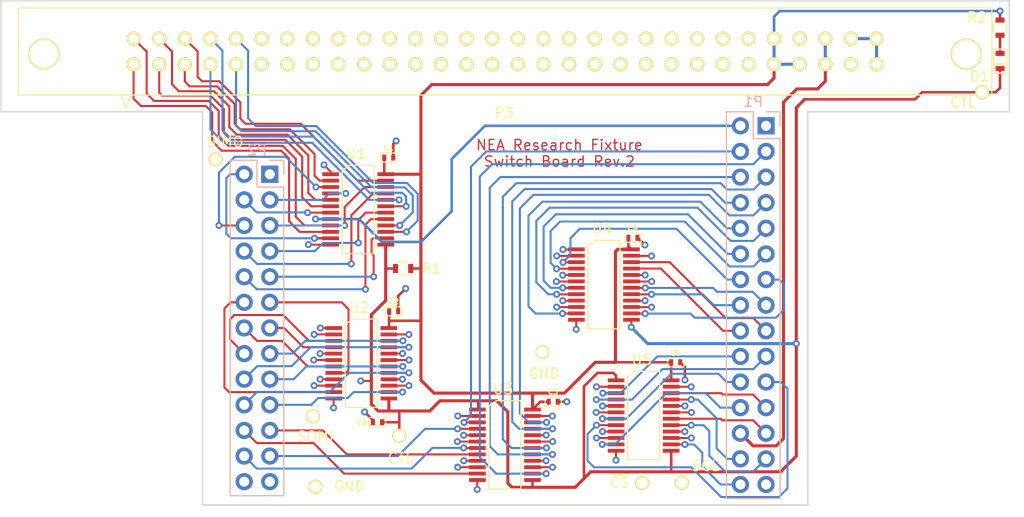
<source format=kicad_pcb>
(kicad_pcb (version 4) (host pcbnew 4.0.1-stable)
  (title_block (title "CSS118, Parking Meter PCB") (date 2016-07-25) (rev 7A) (company "Custom Silicon Solutions, Inc."))
  (layers (0 F.Cu signal) (1 In1.Cu signal) (2 In2.Cu signal) (31 B.Cu signal) (34 B.Paste user) (35 F.Paste user) (36 B.SilkS user) (37 F.SilkS user) (38 B.Mask user) (39 F.Mask user) (44 Edge.Cuts user))
  (net 0 "")
  (net 1 /MID1)
  (net 2 /MID2)
  (net 3 /A1)
  (net 4 /A2)
  (net 5 /B1)
  (net 6 /B2)
  (net 7 /LED1)
  (net 8 GND)
  (net 9 /LED2)
  (net 10 /C1)
  (net 11 /C2)
  (net 12 /D1)
  (net 13 /D2)
  (net 14 /E1)
  (net 15 /E2)
  (net 16 /F1)
  (net 17 /F2)
  (net 18 /G1)
  (net 19 /G2)
  (net 20 /H1)
  (net 21 /H2)
  (net 22 /I1)
  (net 23 /I2)
  (net 24 /J1)
  (net 25 /J2)
  (net 26 /K1)
  (net 27 /K2)
  (net 28 /L1)
  (net 29 /L2)
  (net 30 /M1)
  (net 31 /M2)
  (net 32 /N1)
  (net 33 /N2)
  (net 34 /O1)
  (net 35 /O2)
  (net 36 /P1)
  (net 37 /P2)
  (net 38 /Q1)
  (net 39 /Q2)
  (net 40 /R1)
  (net 41 /R2)
  (net 42 /S1)
  (net 43 /S2)
  (net 44 /T1)
  (net 45 /T2)
  (net 46 /U1)
  (net 47 /U2)
  (net 48 /V1)
  (net 49 /V2)
  (net 50 /SCL)
  (net 51 /3V3)
  (net 52 "Net-(P2-Pad1)")
  (net 53 "Net-(P1-Pad1)")
  (net 54 /MID1_SW)
  (net 55 /MID2_SW)
  (net 56 /A1_SW)
  (net 57 /A2_SW)
  (net 58 /B1_SW)
  (net 59 /B2_SW)
  (net 60 /C1_SW)
  (net 61 /C2_SW)
  (net 62 /D1_SW)
  (net 63 /D2_SW)
  (net 64 /E1_SW)
  (net 65 /E2_SW)
  (net 66 /F1_SW)
  (net 67 /F2_SW)
  (net 68 /G1_SW)
  (net 69 /G2_SW)
  (net 70 /H1_SW)
  (net 71 /H2_SW)
  (net 72 /I1_SW)
  (net 73 /I2_SW)
  (net 74 /J1_SW)
  (net 75 /J2_SW)
  (net 76 /K1_SW)
  (net 77 /K2_SW)
  (net 78 /L1_SW)
  (net 79 /L2_SW)
  (net 80 /M1_SW)
  (net 81 /M2_SW)
  (net 82 /N1_SW)
  (net 83 /N2_SW)
  (net 84 /O1_SW)
  (net 85 /O2_SW)
  (net 86 /P1_SW)
  (net 87 /P2_SW)
  (net 88 /Q1_SW)
  (net 89 /Q2_SW)
  (net 90 /R1_SW)
  (net 91 /R2_SW)
  (net 92 /S1_SW)
  (net 93 /S2_SW)
  (net 94 /T1_SW)
  (net 95 /T2_SW)
  (net 96 /U1_SW)
  (net 97 /U2_SW)
  (net 98 /V1_SW)
  (net 99 /V2_SW)
  (net 100 /LED1_SW)
  (net 101 /LED2_SW)
  (net 102 /SCL_SW)
  (net 103 /5V)
  (net 104 /CTL)
  (net 105 "Net-(D1-Pad1)")
  (net 106 /~CS)
  (net 107 /SOMI)
  (net 108 /SIMO)
  (net 109 /~CS_SW)
  (module footprints_on_Cdrive:QSOP-24 (layer F.Cu) (at -17.2974 -12.8016 270)
    (fp_text reference U1 (at -2.032 -2.54 360) (layer F.SilkS))
    (fp_text value QS4A110)
    (pad 1 smd rect (at 0 0 270) (size 0.381 1.651) (layers F.Cu F.Paste F.Mask) (net 104 /CTL))
    (pad 2 smd rect (at 0.635 0 270) (size 0.381 1.651) (layers F.Cu F.Paste F.Mask) (net 58 /B1_SW))
    (pad 3 smd rect (at 1.27 0 270) (size 0.381 1.651) (layers F.Cu F.Paste F.Mask) (net 5 /B1))
    (pad 4 smd rect (at 1.905 0 270) (size 0.381 1.651) (layers F.Cu F.Paste F.Mask) (net 4 /A2))
    (pad 5 smd rect (at 2.54 0 270) (size 0.381 1.651) (layers F.Cu F.Paste F.Mask) (net 57 /A2_SW))
    (pad 6 smd rect (at 3.175 0 270) (size 0.381 1.651) (layers F.Cu F.Paste F.Mask) (net 56 /A1_SW))
    (pad 7 smd rect (at 3.81 0 270) (size 0.381 1.651) (layers F.Cu F.Paste F.Mask) (net 3 /A1))
    (pad 8 smd rect (at 4.445 0 270) (size 0.381 1.651) (layers F.Cu F.Paste F.Mask) (net 2 /MID2))
    (pad 9 smd rect (at 5.08 0 270) (size 0.381 1.651) (layers F.Cu F.Paste F.Mask) (net 55 /MID2_SW))
    (pad 10 smd rect (at 5.715 0 270) (size 0.381 1.651) (layers F.Cu F.Paste F.Mask) (net 54 /MID1_SW))
    (pad 11 smd rect (at 6.35 0 270) (size 0.381 1.651) (layers F.Cu F.Paste F.Mask) (net 1 /MID1))
    (pad 12 smd rect (at 6.985 0 270) (size 0.381 1.651) (layers F.Cu F.Paste F.Mask) (net 8 GND))
    (pad 13 smd rect (at 6.985 -5.461 270) (size 0.381 1.651) (layers F.Cu F.Paste F.Mask) (net 104 /CTL))
    (pad 14 smd rect (at 6.35 -5.461 270) (size 0.381 1.651) (layers F.Cu F.Paste F.Mask) (net 13 /D2))
    (pad 15 smd rect (at 5.715 -5.461 270) (size 0.381 1.651) (layers F.Cu F.Paste F.Mask) (net 63 /D2_SW))
    (pad 16 smd rect (at 5.08 -5.461 270) (size 0.381 1.651) (layers F.Cu F.Paste F.Mask) (net 62 /D1_SW))
    (pad 17 smd rect (at 4.445 -5.461 270) (size 0.381 1.651) (layers F.Cu F.Paste F.Mask) (net 12 /D1))
    (pad 18 smd rect (at 3.81 -5.461 270) (size 0.381 1.651) (layers F.Cu F.Paste F.Mask) (net 11 /C2))
    (pad 19 smd rect (at 3.175 -5.461 270) (size 0.381 1.651) (layers F.Cu F.Paste F.Mask) (net 61 /C2_SW))
    (pad 20 smd rect (at 2.54 -5.461 270) (size 0.381 1.651) (layers F.Cu F.Paste F.Mask) (net 60 /C1_SW))
    (pad 21 smd rect (at 1.905 -5.461 270) (size 0.381 1.651) (layers F.Cu F.Paste F.Mask) (net 10 /C1))
    (pad 22 smd rect (at 1.27 -5.461 270) (size 0.381 1.651) (layers F.Cu F.Paste F.Mask) (net 6 /B2))
    (pad 23 smd rect (at 0.635 -5.461 270) (size 0.381 1.651) (layers F.Cu F.Paste F.Mask) (net 59 /B2_SW))
    (pad 24 smd rect (at 0 -5.461 270) (size 0.381 1.651) (layers F.Cu F.Paste F.Mask) (net 103 /5V))
  )
  (module footprints_on_Cdrive:HDR_2x30_F_latch (layer F.Cu) (at 0 -24.9746)
    (fp_text reference P3 (at -0.1016 6.1024) (layer F.SilkS))
    (fp_text value CONN_02X30)
    (pad 1 thru_hole circle (at -36.83 1.27) (size 1.397 1.397) (drill 0.889) (layers *.Cu *.Mask F.SilkS) (net 54 /MID1_SW))
    (pad 2 thru_hole circle (at -36.83 -1.27) (size 1.397 1.397) (drill 0.889) (layers *.Cu *.Mask F.SilkS) (net 55 /MID2_SW))
    (pad 3 thru_hole circle (at -34.29 1.27) (size 1.397 1.397) (drill 0.889) (layers *.Cu *.Mask F.SilkS) (net 56 /A1_SW))
    (pad 4 thru_hole circle (at -34.29 -1.27) (size 1.397 1.397) (drill 0.889) (layers *.Cu *.Mask F.SilkS) (net 57 /A2_SW))
    (pad 5 thru_hole circle (at -31.75 1.27) (size 1.397 1.397) (drill 0.889) (layers *.Cu *.Mask F.SilkS) (net 58 /B1_SW))
    (pad 6 thru_hole circle (at -31.75 -1.27) (size 1.397 1.397) (drill 0.889) (layers *.Cu *.Mask F.SilkS) (net 59 /B2_SW))
    (pad 7 thru_hole circle (at -29.21 1.27) (size 1.397 1.397) (drill 0.889) (layers *.Cu *.Mask F.SilkS) (net 60 /C1_SW))
    (pad 8 thru_hole circle (at -29.21 -1.27) (size 1.397 1.397) (drill 0.889) (layers *.Cu *.Mask F.SilkS) (net 61 /C2_SW))
    (pad 9 thru_hole circle (at -26.67 1.27) (size 1.397 1.397) (drill 0.889) (layers *.Cu *.Mask F.SilkS) (net 62 /D1_SW))
    (pad 10 thru_hole circle (at -26.67 -1.27) (size 1.397 1.397) (drill 0.889) (layers *.Cu *.Mask F.SilkS) (net 63 /D2_SW))
    (pad 11 thru_hole circle (at -24.13 1.27) (size 1.397 1.397) (drill 0.889) (layers *.Cu *.Mask F.SilkS) (net 64 /E1_SW))
    (pad 12 thru_hole circle (at -24.13 -1.27) (size 1.397 1.397) (drill 0.889) (layers *.Cu *.Mask F.SilkS) (net 65 /E2_SW))
    (pad 13 thru_hole circle (at -21.59 1.27) (size 1.397 1.397) (drill 0.889) (layers *.Cu *.Mask F.SilkS) (net 66 /F1_SW))
    (pad 14 thru_hole circle (at -21.59 -1.27) (size 1.397 1.397) (drill 0.889) (layers *.Cu *.Mask F.SilkS) (net 67 /F2_SW))
    (pad 15 thru_hole circle (at -19.05 1.27) (size 1.397 1.397) (drill 0.889) (layers *.Cu *.Mask F.SilkS) (net 68 /G1_SW))
    (pad 16 thru_hole circle (at -19.05 -1.27) (size 1.397 1.397) (drill 0.889) (layers *.Cu *.Mask F.SilkS) (net 69 /G2_SW))
    (pad 17 thru_hole circle (at -16.51 1.27) (size 1.397 1.397) (drill 0.889) (layers *.Cu *.Mask F.SilkS) (net 70 /H1_SW))
    (pad 18 thru_hole circle (at -16.51 -1.27) (size 1.397 1.397) (drill 0.889) (layers *.Cu *.Mask F.SilkS) (net 71 /H2_SW))
    (pad 19 thru_hole circle (at -13.97 1.27) (size 1.397 1.397) (drill 0.889) (layers *.Cu *.Mask F.SilkS) (net 72 /I1_SW))
    (pad 20 thru_hole circle (at -13.97 -1.27) (size 1.397 1.397) (drill 0.889) (layers *.Cu *.Mask F.SilkS) (net 73 /I2_SW))
    (pad 21 thru_hole circle (at -11.43 1.27) (size 1.397 1.397) (drill 0.889) (layers *.Cu *.Mask F.SilkS) (net 74 /J1_SW))
    (pad 22 thru_hole circle (at -11.43 -1.27) (size 1.397 1.397) (drill 0.889) (layers *.Cu *.Mask F.SilkS) (net 75 /J2_SW))
    (pad 23 thru_hole circle (at -8.89 1.27) (size 1.397 1.397) (drill 0.889) (layers *.Cu *.Mask F.SilkS) (net 76 /K1_SW))
    (pad 24 thru_hole circle (at -8.89 -1.27) (size 1.397 1.397) (drill 0.889) (layers *.Cu *.Mask F.SilkS) (net 77 /K2_SW))
    (pad 25 thru_hole circle (at -6.35 1.27) (size 1.397 1.397) (drill 0.889) (layers *.Cu *.Mask F.SilkS) (net 78 /L1_SW))
    (pad 26 thru_hole circle (at -6.35 -1.27) (size 1.397 1.397) (drill 0.889) (layers *.Cu *.Mask F.SilkS) (net 79 /L2_SW))
    (pad 27 thru_hole circle (at -3.81 1.27) (size 1.397 1.397) (drill 0.889) (layers *.Cu *.Mask F.SilkS) (net 80 /M1_SW))
    (pad 28 thru_hole circle (at -3.81 -1.27) (size 1.397 1.397) (drill 0.889) (layers *.Cu *.Mask F.SilkS) (net 81 /M2_SW))
    (pad 29 thru_hole circle (at -1.27 1.27) (size 1.397 1.397) (drill 0.889) (layers *.Cu *.Mask F.SilkS) (net 82 /N1_SW))
    (pad 30 thru_hole circle (at -1.27 -1.27) (size 1.397 1.397) (drill 0.889) (layers *.Cu *.Mask F.SilkS) (net 83 /N2_SW))
    (pad 31 thru_hole circle (at 1.27 1.27) (size 1.397 1.397) (drill 0.889) (layers *.Cu *.Mask F.SilkS) (net 84 /O1_SW))
    (pad 32 thru_hole circle (at 1.27 -1.27) (size 1.397 1.397) (drill 0.889) (layers *.Cu *.Mask F.SilkS) (net 85 /O2_SW))
    (pad 33 thru_hole circle (at 3.81 1.27) (size 1.397 1.397) (drill 0.889) (layers *.Cu *.Mask F.SilkS) (net 86 /P1_SW))
    (pad 34 thru_hole circle (at 3.81 -1.27) (size 1.397 1.397) (drill 0.889) (layers *.Cu *.Mask F.SilkS) (net 87 /P2_SW))
    (pad 35 thru_hole circle (at 6.35 1.27) (size 1.397 1.397) (drill 0.889) (layers *.Cu *.Mask F.SilkS) (net 88 /Q1_SW))
    (pad 36 thru_hole circle (at 6.35 -1.27) (size 1.397 1.397) (drill 0.889) (layers *.Cu *.Mask F.SilkS) (net 89 /Q2_SW))
    (pad 37 thru_hole circle (at 8.89 1.27) (size 1.397 1.397) (drill 0.889) (layers *.Cu *.Mask F.SilkS) (net 90 /R1_SW))
    (pad 38 thru_hole circle (at 8.89 -1.27) (size 1.397 1.397) (drill 0.889) (layers *.Cu *.Mask F.SilkS) (net 91 /R2_SW))
    (pad 39 thru_hole circle (at 11.43 1.27) (size 1.397 1.397) (drill 0.889) (layers *.Cu *.Mask F.SilkS) (net 92 /S1_SW))
    (pad 40 thru_hole circle (at 11.43 -1.27) (size 1.397 1.397) (drill 0.889) (layers *.Cu *.Mask F.SilkS) (net 93 /S2_SW))
    (pad 41 thru_hole circle (at 13.97 1.27) (size 1.397 1.397) (drill 0.889) (layers *.Cu *.Mask F.SilkS) (net 94 /T1_SW))
    (pad 42 thru_hole circle (at 13.97 -1.27) (size 1.397 1.397) (drill 0.889) (layers *.Cu *.Mask F.SilkS) (net 95 /T2_SW))
    (pad 43 thru_hole circle (at 16.51 1.27) (size 1.397 1.397) (drill 0.889) (layers *.Cu *.Mask F.SilkS) (net 96 /U1_SW))
    (pad 44 thru_hole circle (at 16.51 -1.27) (size 1.397 1.397) (drill 0.889) (layers *.Cu *.Mask F.SilkS) (net 97 /U2_SW))
    (pad 45 thru_hole circle (at 19.05 1.27) (size 1.397 1.397) (drill 0.889) (layers *.Cu *.Mask F.SilkS) (net 98 /V1_SW))
    (pad 46 thru_hole circle (at 19.05 -1.27) (size 1.397 1.397) (drill 0.889) (layers *.Cu *.Mask F.SilkS) (net 99 /V2_SW))
    (pad 47 thru_hole circle (at 21.59 1.27) (size 1.397 1.397) (drill 0.889) (layers *.Cu *.Mask F.SilkS) (net 100 /LED1_SW))
    (pad 48 thru_hole circle (at 21.59 -1.27) (size 1.397 1.397) (drill 0.889) (layers *.Cu *.Mask F.SilkS) (net 101 /LED2_SW))
    (pad 49 thru_hole circle (at 24.13 1.27) (size 1.397 1.397) (drill 0.889) (layers *.Cu *.Mask F.SilkS) (net 109 /~CS_SW))
    (pad 50 thru_hole circle (at 24.13 -1.27) (size 1.397 1.397) (drill 0.889) (layers *.Cu *.Mask F.SilkS) (net 102 /SCL_SW))
    (pad 51 thru_hole circle (at 26.67 1.27) (size 1.397 1.397) (drill 0.889) (layers *.Cu *.Mask F.SilkS) (net 103 /5V))
    (pad 52 thru_hole circle (at 26.67 -1.27) (size 1.397 1.397) (drill 0.889) (layers *.Cu *.Mask F.SilkS) (net 103 /5V))
    (pad 53 thru_hole circle (at 29.21 1.27) (size 1.397 1.397) (drill 0.889) (layers *.Cu *.Mask F.SilkS) (net 103 /5V))
    (pad 54 thru_hole circle (at 29.21 -1.27) (size 1.397 1.397) (drill 0.889) (layers *.Cu *.Mask F.SilkS) (net 108 /SIMO))
    (pad 55 thru_hole circle (at 31.75 1.27) (size 1.397 1.397) (drill 0.889) (layers *.Cu *.Mask F.SilkS) (net 51 /3V3))
    (pad 56 thru_hole circle (at 31.75 -1.27) (size 1.397 1.397) (drill 0.889) (layers *.Cu *.Mask F.SilkS) (net 51 /3V3))
    (pad 57 thru_hole circle (at 34.29 1.27) (size 1.397 1.397) (drill 0.889) (layers *.Cu *.Mask F.SilkS) (net 107 /SOMI))
    (pad 58 thru_hole circle (at 34.29 -1.27) (size 1.397 1.397) (drill 0.889) (layers *.Cu *.Mask F.SilkS) (net 8 GND))
    (pad 59 thru_hole circle (at 36.83 1.27) (size 1.397 1.397) (drill 0.889) (layers *.Cu *.Mask F.SilkS) (net 8 GND))
    (pad 60 thru_hole circle (at 36.83 -1.27) (size 1.397 1.397) (drill 0.889) (layers *.Cu *.Mask F.SilkS) (net 8 GND))
    (pad 0 thru_hole circle (at 45.72 0.254) (size 3.048 3.048) (drill 2.6924) (layers *.Cu *.Mask F.SilkS))
    (pad 0 thru_hole circle (at -45.72 0.254) (size 3.048 3.048) (drill 2.6924) (layers *.Cu *.Mask F.SilkS))
  )
  (module footprints_on_Cdrive:QSOP-24 (layer F.Cu) (at -16.98244 2.44856 270)
    (fp_text reference U2 (at -2.032 -2.54 360) (layer F.SilkS))
    (fp_text value QS4A110)
    (pad 1 smd rect (at 0 0 270) (size 0.381 1.651) (layers F.Cu F.Paste F.Mask) (net 104 /CTL))
    (pad 2 smd rect (at 0.635 0 270) (size 0.381 1.651) (layers F.Cu F.Paste F.Mask) (net 68 /G1_SW))
    (pad 3 smd rect (at 1.27 0 270) (size 0.381 1.651) (layers F.Cu F.Paste F.Mask) (net 18 /G1))
    (pad 4 smd rect (at 1.905 0 270) (size 0.381 1.651) (layers F.Cu F.Paste F.Mask) (net 17 /F2))
    (pad 5 smd rect (at 2.54 0 270) (size 0.381 1.651) (layers F.Cu F.Paste F.Mask) (net 67 /F2_SW))
    (pad 6 smd rect (at 3.175 0 270) (size 0.381 1.651) (layers F.Cu F.Paste F.Mask) (net 66 /F1_SW))
    (pad 7 smd rect (at 3.81 0 270) (size 0.381 1.651) (layers F.Cu F.Paste F.Mask) (net 16 /F1))
    (pad 8 smd rect (at 4.445 0 270) (size 0.381 1.651) (layers F.Cu F.Paste F.Mask) (net 15 /E2))
    (pad 9 smd rect (at 5.08 0 270) (size 0.381 1.651) (layers F.Cu F.Paste F.Mask) (net 65 /E2_SW))
    (pad 10 smd rect (at 5.715 0 270) (size 0.381 1.651) (layers F.Cu F.Paste F.Mask) (net 64 /E1_SW))
    (pad 11 smd rect (at 6.35 0 270) (size 0.381 1.651) (layers F.Cu F.Paste F.Mask) (net 14 /E1))
    (pad 12 smd rect (at 6.985 0 270) (size 0.381 1.651) (layers F.Cu F.Paste F.Mask) (net 8 GND))
    (pad 13 smd rect (at 6.985 -5.461 270) (size 0.381 1.651) (layers F.Cu F.Paste F.Mask) (net 104 /CTL))
    (pad 14 smd rect (at 6.35 -5.461 270) (size 0.381 1.651) (layers F.Cu F.Paste F.Mask) (net 23 /I2))
    (pad 15 smd rect (at 5.715 -5.461 270) (size 0.381 1.651) (layers F.Cu F.Paste F.Mask) (net 73 /I2_SW))
    (pad 16 smd rect (at 5.08 -5.461 270) (size 0.381 1.651) (layers F.Cu F.Paste F.Mask) (net 72 /I1_SW))
    (pad 17 smd rect (at 4.445 -5.461 270) (size 0.381 1.651) (layers F.Cu F.Paste F.Mask) (net 22 /I1))
    (pad 18 smd rect (at 3.81 -5.461 270) (size 0.381 1.651) (layers F.Cu F.Paste F.Mask) (net 21 /H2))
    (pad 19 smd rect (at 3.175 -5.461 270) (size 0.381 1.651) (layers F.Cu F.Paste F.Mask) (net 71 /H2_SW))
    (pad 20 smd rect (at 2.54 -5.461 270) (size 0.381 1.651) (layers F.Cu F.Paste F.Mask) (net 70 /H1_SW))
    (pad 21 smd rect (at 1.905 -5.461 270) (size 0.381 1.651) (layers F.Cu F.Paste F.Mask) (net 20 /H1))
    (pad 22 smd rect (at 1.27 -5.461 270) (size 0.381 1.651) (layers F.Cu F.Paste F.Mask) (net 19 /G2))
    (pad 23 smd rect (at 0.635 -5.461 270) (size 0.381 1.651) (layers F.Cu F.Paste F.Mask) (net 69 /G2_SW))
    (pad 24 smd rect (at 0 -5.461 270) (size 0.381 1.651) (layers F.Cu F.Paste F.Mask) (net 103 /5V))
  )
  (module footprints_on_Cdrive:QSOP-24 (layer F.Cu) (at -2.7432 10.53084 270)
    (fp_text reference U3 (at -2.032 -2.54 360) (layer F.SilkS))
    (fp_text value QS4A110)
    (pad 1 smd rect (at 0 0 270) (size 0.381 1.651) (layers F.Cu F.Paste F.Mask) (net 104 /CTL))
    (pad 2 smd rect (at 0.635 0 270) (size 0.381 1.651) (layers F.Cu F.Paste F.Mask) (net 78 /L1_SW))
    (pad 3 smd rect (at 1.27 0 270) (size 0.381 1.651) (layers F.Cu F.Paste F.Mask) (net 28 /L1))
    (pad 4 smd rect (at 1.905 0 270) (size 0.381 1.651) (layers F.Cu F.Paste F.Mask) (net 27 /K2))
    (pad 5 smd rect (at 2.54 0 270) (size 0.381 1.651) (layers F.Cu F.Paste F.Mask) (net 77 /K2_SW))
    (pad 6 smd rect (at 3.175 0 270) (size 0.381 1.651) (layers F.Cu F.Paste F.Mask) (net 76 /K1_SW))
    (pad 7 smd rect (at 3.81 0 270) (size 0.381 1.651) (layers F.Cu F.Paste F.Mask) (net 26 /K1))
    (pad 8 smd rect (at 4.445 0 270) (size 0.381 1.651) (layers F.Cu F.Paste F.Mask) (net 25 /J2))
    (pad 9 smd rect (at 5.08 0 270) (size 0.381 1.651) (layers F.Cu F.Paste F.Mask) (net 75 /J2_SW))
    (pad 10 smd rect (at 5.715 0 270) (size 0.381 1.651) (layers F.Cu F.Paste F.Mask) (net 74 /J1_SW))
    (pad 11 smd rect (at 6.35 0 270) (size 0.381 1.651) (layers F.Cu F.Paste F.Mask) (net 24 /J1))
    (pad 12 smd rect (at 6.985 0 270) (size 0.381 1.651) (layers F.Cu F.Paste F.Mask) (net 8 GND))
    (pad 13 smd rect (at 6.985 -5.461 270) (size 0.381 1.651) (layers F.Cu F.Paste F.Mask) (net 104 /CTL))
    (pad 14 smd rect (at 6.35 -5.461 270) (size 0.381 1.651) (layers F.Cu F.Paste F.Mask) (net 29 /L2))
    (pad 15 smd rect (at 5.715 -5.461 270) (size 0.381 1.651) (layers F.Cu F.Paste F.Mask) (net 79 /L2_SW))
    (pad 16 smd rect (at 5.08 -5.461 270) (size 0.381 1.651) (layers F.Cu F.Paste F.Mask) (net 80 /M1_SW))
    (pad 17 smd rect (at 4.445 -5.461 270) (size 0.381 1.651) (layers F.Cu F.Paste F.Mask) (net 30 /M1))
    (pad 18 smd rect (at 3.81 -5.461 270) (size 0.381 1.651) (layers F.Cu F.Paste F.Mask) (net 31 /M2))
    (pad 19 smd rect (at 3.175 -5.461 270) (size 0.381 1.651) (layers F.Cu F.Paste F.Mask) (net 81 /M2_SW))
    (pad 20 smd rect (at 2.54 -5.461 270) (size 0.381 1.651) (layers F.Cu F.Paste F.Mask) (net 82 /N1_SW))
    (pad 21 smd rect (at 1.905 -5.461 270) (size 0.381 1.651) (layers F.Cu F.Paste F.Mask) (net 32 /N1))
    (pad 22 smd rect (at 1.27 -5.461 270) (size 0.381 1.651) (layers F.Cu F.Paste F.Mask) (net 33 /N2))
    (pad 23 smd rect (at 0.635 -5.461 270) (size 0.381 1.651) (layers F.Cu F.Paste F.Mask) (net 83 /N2_SW))
    (pad 24 smd rect (at 0 -5.461 270) (size 0.381 1.651) (layers F.Cu F.Paste F.Mask) (net 103 /5V))
  )
  (module footprints_on_Cdrive:QSOP-24 (layer F.Cu) (at 7.07136 -5.35432 270)
    (fp_text reference U4 (at -2.032 -2.54 360) (layer F.SilkS))
    (fp_text value QS4A110)
    (pad 1 smd rect (at 0 0 270) (size 0.381 1.651) (layers F.Cu F.Paste F.Mask) (net 104 /CTL))
    (pad 2 smd rect (at 0.635 0 270) (size 0.381 1.651) (layers F.Cu F.Paste F.Mask) (net 88 /Q1_SW))
    (pad 3 smd rect (at 1.27 0 270) (size 0.381 1.651) (layers F.Cu F.Paste F.Mask) (net 38 /Q1))
    (pad 4 smd rect (at 1.905 0 270) (size 0.381 1.651) (layers F.Cu F.Paste F.Mask) (net 37 /P2))
    (pad 5 smd rect (at 2.54 0 270) (size 0.381 1.651) (layers F.Cu F.Paste F.Mask) (net 87 /P2_SW))
    (pad 6 smd rect (at 3.175 0 270) (size 0.381 1.651) (layers F.Cu F.Paste F.Mask) (net 86 /P1_SW))
    (pad 7 smd rect (at 3.81 0 270) (size 0.381 1.651) (layers F.Cu F.Paste F.Mask) (net 36 /P1))
    (pad 8 smd rect (at 4.445 0 270) (size 0.381 1.651) (layers F.Cu F.Paste F.Mask) (net 35 /O2))
    (pad 9 smd rect (at 5.08 0 270) (size 0.381 1.651) (layers F.Cu F.Paste F.Mask) (net 85 /O2_SW))
    (pad 10 smd rect (at 5.715 0 270) (size 0.381 1.651) (layers F.Cu F.Paste F.Mask) (net 84 /O1_SW))
    (pad 11 smd rect (at 6.35 0 270) (size 0.381 1.651) (layers F.Cu F.Paste F.Mask) (net 34 /O1))
    (pad 12 smd rect (at 6.985 0 270) (size 0.381 1.651) (layers F.Cu F.Paste F.Mask) (net 8 GND))
    (pad 13 smd rect (at 6.985 -5.461 270) (size 0.381 1.651) (layers F.Cu F.Paste F.Mask) (net 104 /CTL))
    (pad 14 smd rect (at 6.35 -5.461 270) (size 0.381 1.651) (layers F.Cu F.Paste F.Mask) (net 39 /Q2))
    (pad 15 smd rect (at 5.715 -5.461 270) (size 0.381 1.651) (layers F.Cu F.Paste F.Mask) (net 89 /Q2_SW))
    (pad 16 smd rect (at 5.08 -5.461 270) (size 0.381 1.651) (layers F.Cu F.Paste F.Mask) (net 90 /R1_SW))
    (pad 17 smd rect (at 4.445 -5.461 270) (size 0.381 1.651) (layers F.Cu F.Paste F.Mask) (net 40 /R1))
    (pad 18 smd rect (at 3.81 -5.461 270) (size 0.381 1.651) (layers F.Cu F.Paste F.Mask) (net 41 /R2))
    (pad 19 smd rect (at 3.175 -5.461 270) (size 0.381 1.651) (layers F.Cu F.Paste F.Mask) (net 91 /R2_SW))
    (pad 20 smd rect (at 2.54 -5.461 270) (size 0.381 1.651) (layers F.Cu F.Paste F.Mask) (net 92 /S1_SW))
    (pad 21 smd rect (at 1.905 -5.461 270) (size 0.381 1.651) (layers F.Cu F.Paste F.Mask) (net 42 /S1))
    (pad 22 smd rect (at 1.27 -5.461 270) (size 0.381 1.651) (layers F.Cu F.Paste F.Mask) (net 43 /S2))
    (pad 23 smd rect (at 0.635 -5.461 270) (size 0.381 1.651) (layers F.Cu F.Paste F.Mask) (net 93 /S2_SW))
    (pad 24 smd rect (at 0 -5.461 270) (size 0.381 1.651) (layers F.Cu F.Paste F.Mask) (net 103 /5V))
  )
  (module footprints_on_Cdrive:QSOP-24 (layer F.Cu) (at 11.00836 7.63016 270)
    (fp_text reference U5 (at -2.032 -2.54 360) (layer F.SilkS))
    (fp_text value QS4A110)
    (pad 1 smd rect (at 0 0 270) (size 0.381 1.651) (layers F.Cu F.Paste F.Mask) (net 104 /CTL))
    (pad 2 smd rect (at 0.635 0 270) (size 0.381 1.651) (layers F.Cu F.Paste F.Mask) (net 94 /T1_SW))
    (pad 3 smd rect (at 1.27 0 270) (size 0.381 1.651) (layers F.Cu F.Paste F.Mask) (net 44 /T1))
    (pad 4 smd rect (at 1.905 0 270) (size 0.381 1.651) (layers F.Cu F.Paste F.Mask) (net 45 /T2))
    (pad 5 smd rect (at 2.54 0 270) (size 0.381 1.651) (layers F.Cu F.Paste F.Mask) (net 95 /T2_SW))
    (pad 6 smd rect (at 3.175 0 270) (size 0.381 1.651) (layers F.Cu F.Paste F.Mask) (net 96 /U1_SW))
    (pad 7 smd rect (at 3.81 0 270) (size 0.381 1.651) (layers F.Cu F.Paste F.Mask) (net 46 /U1))
    (pad 8 smd rect (at 4.445 0 270) (size 0.381 1.651) (layers F.Cu F.Paste F.Mask) (net 47 /U2))
    (pad 9 smd rect (at 5.08 0 270) (size 0.381 1.651) (layers F.Cu F.Paste F.Mask) (net 97 /U2_SW))
    (pad 10 smd rect (at 5.715 0 270) (size 0.381 1.651) (layers F.Cu F.Paste F.Mask) (net 98 /V1_SW))
    (pad 11 smd rect (at 6.35 0 270) (size 0.381 1.651) (layers F.Cu F.Paste F.Mask) (net 48 /V1))
    (pad 12 smd rect (at 6.985 0 270) (size 0.381 1.651) (layers F.Cu F.Paste F.Mask) (net 8 GND))
    (pad 13 smd rect (at 6.985 -5.461 270) (size 0.381 1.651) (layers F.Cu F.Paste F.Mask) (net 104 /CTL))
    (pad 14 smd rect (at 6.35 -5.461 270) (size 0.381 1.651) (layers F.Cu F.Paste F.Mask) (net 50 /SCL))
    (pad 15 smd rect (at 5.715 -5.461 270) (size 0.381 1.651) (layers F.Cu F.Paste F.Mask) (net 102 /SCL_SW))
    (pad 16 smd rect (at 5.08 -5.461 270) (size 0.381 1.651) (layers F.Cu F.Paste F.Mask) (net 109 /~CS_SW))
    (pad 17 smd rect (at 4.445 -5.461 270) (size 0.381 1.651) (layers F.Cu F.Paste F.Mask) (net 106 /~CS))
    (pad 18 smd rect (at 3.81 -5.461 270) (size 0.381 1.651) (layers F.Cu F.Paste F.Mask) (net 9 /LED2))
    (pad 19 smd rect (at 3.175 -5.461 270) (size 0.381 1.651) (layers F.Cu F.Paste F.Mask) (net 101 /LED2_SW))
    (pad 20 smd rect (at 2.54 -5.461 270) (size 0.381 1.651) (layers F.Cu F.Paste F.Mask) (net 100 /LED1_SW))
    (pad 21 smd rect (at 1.905 -5.461 270) (size 0.381 1.651) (layers F.Cu F.Paste F.Mask) (net 7 /LED1))
    (pad 22 smd rect (at 1.27 -5.461 270) (size 0.381 1.651) (layers F.Cu F.Paste F.Mask) (net 49 /V2))
    (pad 23 smd rect (at 0.635 -5.461 270) (size 0.381 1.651) (layers F.Cu F.Paste F.Mask) (net 99 /V2_SW))
    (pad 24 smd rect (at 0 -5.461 270) (size 0.381 1.651) (layers F.Cu F.Paste F.Mask) (net 103 /5V))
  )
  (module footprints_on_Cdrive:0402 (layer F.Cu) (at -11.5316 -14.4526 180)
    (fp_text reference C1 (at 0.0254 0.9652 180) (layer F.SilkS) (effects (font (size 0.5 0.5) (thickness 0.125))))
    (fp_text value 0.1uF)
    (pad 1 smd rect (at 0.45 0 180) (size 0.4 0.6) (layers F.Cu F.Paste F.Mask) (net 103 /5V))
    (pad 2 smd rect (at -0.45 0 180) (size 0.4 0.6) (layers F.Cu F.Paste F.Mask) (net 8 GND))
  )
  (module footprints_on_Cdrive:0402 (layer F.Cu) (at -11.049 0.7874 180)
    (fp_text reference C2 (at -0.0254 0.9652 180) (layer F.SilkS) (effects (font (size 0.5 0.5) (thickness 0.125))))
    (fp_text value 0.1uF)
    (pad 1 smd rect (at 0.45 0 180) (size 0.4 0.6) (layers F.Cu F.Paste F.Mask) (net 103 /5V))
    (pad 2 smd rect (at -0.45 0 180) (size 0.4 0.6) (layers F.Cu F.Paste F.Mask) (net 8 GND))
  )
  (module footprints_on_Cdrive:0402 (layer F.Cu) (at 4.7752 9.7536 180)
    (fp_text reference C3 (at 0.0254 0.9906 180) (layer F.SilkS) (effects (font (size 0.5 0.5) (thickness 0.125))))
    (fp_text value 0.1uF)
    (pad 1 smd rect (at 0.45 0 180) (size 0.4 0.6) (layers F.Cu F.Paste F.Mask) (net 103 /5V))
    (pad 2 smd rect (at -0.45 0 180) (size 0.4 0.6) (layers F.Cu F.Paste F.Mask) (net 8 GND))
  )
  (module footprints_on_Cdrive:0402 (layer F.Cu) (at 12.6746 -6.5024 180)
    (fp_text reference C4 (at 0.0254 0.9652 180) (layer F.SilkS) (effects (font (size 0.5 0.5) (thickness 0.125))))
    (fp_text value 0.1uF)
    (pad 1 smd rect (at 0.45 0 180) (size 0.4 0.6) (layers F.Cu F.Paste F.Mask) (net 103 /5V))
    (pad 2 smd rect (at -0.45 0 180) (size 0.4 0.6) (layers F.Cu F.Paste F.Mask) (net 8 GND))
  )
  (module footprints_on_Cdrive:0402 (layer F.Cu) (at 16.9164 5.842 180)
    (fp_text reference C5 (at 0.0254 0.9144 180) (layer F.SilkS) (effects (font (size 0.5 0.5) (thickness 0.125))))
    (fp_text value 0.1uF)
    (pad 1 smd rect (at 0.45 0 180) (size 0.4 0.6) (layers F.Cu F.Paste F.Mask) (net 103 /5V))
    (pad 2 smd rect (at -0.45 0 180) (size 0.4 0.6) (layers F.Cu F.Paste F.Mask) (net 8 GND))
  )
  (module footprints_on_Cdrive:Pin_Header_Straight_2x15_Pitch2.54mm (layer B.Cu) (at 24.605 0.18 180)
    (fp_text reference P1 (at 0 20.17 180) (layer B.SilkS) (effects (justify mirror)))
    (fp_text value CONN_02X15)
    (pad 1 thru_hole rect (at -1.27 17.78 180) (size 1.7 1.7) (drill 1) (layers *.Cu *.Mask) (net 53 "Net-(P1-Pad1)"))
    (pad 2 thru_hole oval (at 1.27 17.78 180) (size 1.7 1.7) (drill 1) (layers *.Cu *.Mask) (net 2 /MID2))
    (pad 3 thru_hole oval (at -1.27 15.24 180) (size 1.7 1.7) (drill 1) (layers *.Cu *.Mask) (net 29 /L2))
    (pad 4 thru_hole oval (at 1.27 15.24 180) (size 1.7 1.7) (drill 1) (layers *.Cu *.Mask) (net 28 /L1))
    (pad 5 thru_hole oval (at -1.27 12.7 180) (size 1.7 1.7) (drill 1) (layers *.Cu *.Mask) (net 31 /M2))
    (pad 6 thru_hole oval (at 1.27 12.7 180) (size 1.7 1.7) (drill 1) (layers *.Cu *.Mask) (net 30 /M1))
    (pad 7 thru_hole oval (at -1.27 10.16 180) (size 1.7 1.7) (drill 1) (layers *.Cu *.Mask) (net 33 /N2))
    (pad 8 thru_hole oval (at 1.27 10.16 180) (size 1.7 1.7) (drill 1) (layers *.Cu *.Mask) (net 32 /N1))
    (pad 9 thru_hole oval (at -1.27 7.62 180) (size 1.7 1.7) (drill 1) (layers *.Cu *.Mask) (net 35 /O2))
    (pad 10 thru_hole oval (at 1.27 7.62 180) (size 1.7 1.7) (drill 1) (layers *.Cu *.Mask) (net 34 /O1))
    (pad 11 thru_hole oval (at -1.27 5.08 180) (size 1.7 1.7) (drill 1) (layers *.Cu *.Mask) (net 37 /P2))
    (pad 12 thru_hole oval (at 1.27 5.08 180) (size 1.7 1.7) (drill 1) (layers *.Cu *.Mask) (net 36 /P1))
    (pad 13 thru_hole oval (at -1.27 2.54 180) (size 1.7 1.7) (drill 1) (layers *.Cu *.Mask) (net 39 /Q2))
    (pad 14 thru_hole oval (at 1.27 2.54 180) (size 1.7 1.7) (drill 1) (layers *.Cu *.Mask) (net 38 /Q1))
    (pad 15 thru_hole oval (at -1.27 0 180) (size 1.7 1.7) (drill 1) (layers *.Cu *.Mask) (net 41 /R2))
    (pad 16 thru_hole oval (at 1.27 0 180) (size 1.7 1.7) (drill 1) (layers *.Cu *.Mask) (net 40 /R1))
    (pad 17 thru_hole oval (at -1.27 -2.54 180) (size 1.7 1.7) (drill 1) (layers *.Cu *.Mask) (net 43 /S2))
    (pad 18 thru_hole oval (at 1.27 -2.54 180) (size 1.7 1.7) (drill 1) (layers *.Cu *.Mask) (net 42 /S1))
    (pad 19 thru_hole oval (at -1.27 -5.08 180) (size 1.7 1.7) (drill 1) (layers *.Cu *.Mask) (net 45 /T2))
    (pad 20 thru_hole oval (at 1.27 -5.08 180) (size 1.7 1.7) (drill 1) (layers *.Cu *.Mask) (net 44 /T1))
    (pad 21 thru_hole oval (at -1.27 -7.62 180) (size 1.7 1.7) (drill 1) (layers *.Cu *.Mask) (net 47 /U2))
    (pad 22 thru_hole oval (at 1.27 -7.62 180) (size 1.7 1.7) (drill 1) (layers *.Cu *.Mask) (net 46 /U1))
    (pad 23 thru_hole oval (at -1.27 -10.16 180) (size 1.7 1.7) (drill 1) (layers *.Cu *.Mask) (net 49 /V2))
    (pad 24 thru_hole oval (at 1.27 -10.16 180) (size 1.7 1.7) (drill 1) (layers *.Cu *.Mask) (net 48 /V1))
    (pad 25 thru_hole oval (at -1.27 -12.7 180) (size 1.7 1.7) (drill 1) (layers *.Cu *.Mask) (net 9 /LED2))
    (pad 26 thru_hole oval (at 1.27 -12.7 180) (size 1.7 1.7) (drill 1) (layers *.Cu *.Mask) (net 51 /3V3))
    (pad 27 thru_hole oval (at -1.27 -15.24 180) (size 1.7 1.7) (drill 1) (layers *.Cu *.Mask) (net 106 /~CS))
    (pad 28 thru_hole oval (at 1.27 -15.24 180) (size 1.7 1.7) (drill 1) (layers *.Cu *.Mask) (net 7 /LED1))
    (pad 29 thru_hole oval (at -1.27 -17.78 180) (size 1.7 1.7) (drill 1) (layers *.Cu *.Mask) (net 8 GND))
    (pad 30 thru_hole oval (at 1.27 -17.78 180) (size 1.7 1.7) (drill 1) (layers *.Cu *.Mask) (net 50 /SCL))
  )
  (module footprints_on_Cdrive:Pin_Header_Straight_2x13_Pitch2.54mm (layer B.Cu) (at -24.595 2.44 180)
    (fp_text reference P2 (at 0 17.63 180) (layer B.SilkS) (effects (justify mirror)))
    (fp_text value CONN_02X13)
    (pad 1 thru_hole rect (at -1.27 15.24 180) (size 1.7 1.7) (drill 1) (layers *.Cu *.Mask) (net 52 "Net-(P2-Pad1)"))
    (pad 2 thru_hole oval (at 1.27 15.24 180) (size 1.7 1.7) (drill 1) (layers *.Cu *.Mask) (net 1 /MID1))
    (pad 3 thru_hole oval (at -1.27 12.7 180) (size 1.7 1.7) (drill 1) (layers *.Cu *.Mask) (net 4 /A2))
    (pad 4 thru_hole oval (at 1.27 12.7 180) (size 1.7 1.7) (drill 1) (layers *.Cu *.Mask) (net 3 /A1))
    (pad 5 thru_hole oval (at -1.27 10.16 180) (size 1.7 1.7) (drill 1) (layers *.Cu *.Mask) (net 6 /B2))
    (pad 6 thru_hole oval (at 1.27 10.16 180) (size 1.7 1.7) (drill 1) (layers *.Cu *.Mask) (net 5 /B1))
    (pad 7 thru_hole oval (at -1.27 7.62 180) (size 1.7 1.7) (drill 1) (layers *.Cu *.Mask) (net 11 /C2))
    (pad 8 thru_hole oval (at 1.27 7.62 180) (size 1.7 1.7) (drill 1) (layers *.Cu *.Mask) (net 10 /C1))
    (pad 9 thru_hole oval (at -1.27 5.08 180) (size 1.7 1.7) (drill 1) (layers *.Cu *.Mask) (net 13 /D2))
    (pad 10 thru_hole oval (at 1.27 5.08 180) (size 1.7 1.7) (drill 1) (layers *.Cu *.Mask) (net 12 /D1))
    (pad 11 thru_hole oval (at -1.27 2.54 180) (size 1.7 1.7) (drill 1) (layers *.Cu *.Mask) (net 15 /E2))
    (pad 12 thru_hole oval (at 1.27 2.54 180) (size 1.7 1.7) (drill 1) (layers *.Cu *.Mask) (net 14 /E1))
    (pad 13 thru_hole oval (at -1.27 0 180) (size 1.7 1.7) (drill 1) (layers *.Cu *.Mask) (net 17 /F2))
    (pad 14 thru_hole oval (at 1.27 0 180) (size 1.7 1.7) (drill 1) (layers *.Cu *.Mask) (net 16 /F1))
    (pad 15 thru_hole oval (at -1.27 -2.54 180) (size 1.7 1.7) (drill 1) (layers *.Cu *.Mask) (net 19 /G2))
    (pad 16 thru_hole oval (at 1.27 -2.54 180) (size 1.7 1.7) (drill 1) (layers *.Cu *.Mask) (net 18 /G1))
    (pad 17 thru_hole oval (at -1.27 -5.08 180) (size 1.7 1.7) (drill 1) (layers *.Cu *.Mask) (net 21 /H2))
    (pad 18 thru_hole oval (at 1.27 -5.08 180) (size 1.7 1.7) (drill 1) (layers *.Cu *.Mask) (net 20 /H1))
    (pad 19 thru_hole oval (at -1.27 -7.62 180) (size 1.7 1.7) (drill 1) (layers *.Cu *.Mask) (net 23 /I2))
    (pad 20 thru_hole oval (at 1.27 -7.62 180) (size 1.7 1.7) (drill 1) (layers *.Cu *.Mask) (net 22 /I1))
    (pad 21 thru_hole oval (at -1.27 -10.16 180) (size 1.7 1.7) (drill 1) (layers *.Cu *.Mask) (net 25 /J2))
    (pad 22 thru_hole oval (at 1.27 -10.16 180) (size 1.7 1.7) (drill 1) (layers *.Cu *.Mask) (net 24 /J1))
    (pad 23 thru_hole oval (at -1.27 -12.7 180) (size 1.7 1.7) (drill 1) (layers *.Cu *.Mask) (net 27 /K2))
    (pad 24 thru_hole oval (at 1.27 -12.7 180) (size 1.7 1.7) (drill 1) (layers *.Cu *.Mask) (net 26 /K1))
    (pad 25 thru_hole oval (at -1.27 -15.24 180) (size 1.7 1.7) (drill 1) (layers *.Cu *.Mask) (net 107 /SOMI))
    (pad 26 thru_hole oval (at 1.27 -15.24 180) (size 1.7 1.7) (drill 1) (layers *.Cu *.Mask) (net 108 /SIMO))
  )
  (module footprints_on_Cdrive:0402 (layer F.Cu) (at -12.6492 11.7856)
    (fp_text reference C6 (at -1.524 0) (layer F.SilkS) (effects (font (size 0.5 0.5) (thickness 0.125))))
    (fp_text value 0.1uF)
    (pad 1 smd rect (at 0.45 0) (size 0.4 0.6) (layers F.Cu F.Paste F.Mask) (net 104 /CTL))
    (pad 2 smd rect (at -0.45 0) (size 0.4 0.6) (layers F.Cu F.Paste F.Mask) (net 8 GND))
  )
  (module footprints_on_Cdrive:Header_Pin_Rnd (layer F.Cu) (at 13.589 17.8054)
    (fp_text reference TP8 hide)
    (fp_text value header_pin)
    (pad 1 thru_hole circle (at 0 0) (size 1.397 1.397) (drill 1.016) (layers *.Cu *.Mask F.SilkS) (net 109 /~CS_SW))
  )
  (module footprints_on_Cdrive:Header_Pin_Rnd (layer F.Cu) (at 17.526 17.78)
    (fp_text reference TP7 hide)
    (fp_text value header_pin)
    (pad 1 thru_hole circle (at 0 0) (size 1.397 1.397) (drill 1.016) (layers *.Cu *.Mask F.SilkS) (net 102 /SCL_SW))
  )
  (module footprints_on_Cdrive:Header_Pin_Rnd (layer F.Cu) (at -10.4902 13.1318)
    (fp_text reference TP3 hide)
    (fp_text value header_pin)
    (pad 1 thru_hole circle (at 0 0) (size 1.397 1.397) (drill 1.016) (layers *.Cu *.Mask F.SilkS) (net 104 /CTL))
  )
  (module footprints_on_Cdrive:Header_Pin_Rnd (layer F.Cu) (at -18.796 18.1864)
    (fp_text reference TP2 hide)
    (fp_text value header_pin)
    (pad 1 thru_hole circle (at 0 0) (size 1.397 1.397) (drill 1.016) (layers *.Cu *.Mask F.SilkS) (net 8 GND))
  )
  (module footprints_on_Cdrive:Header_Pin_Rnd (layer F.Cu) (at 3.7084 4.826)
    (fp_text reference TP1 hide)
    (fp_text value header_pin)
    (pad 1 thru_hole circle (at 0 0) (size 1.397 1.397) (drill 1.016) (layers *.Cu *.Mask F.SilkS) (net 8 GND))
  )
  (module footprints_on_Cdrive:Header_Pin_Rnd (layer F.Cu) (at 47.2948 -20.9296)
    (fp_text reference TP4 hide)
    (fp_text value header_pin)
    (pad 1 thru_hole circle (at 0 0) (size 1.397 1.397) (drill 1.016) (layers *.Cu *.Mask F.SilkS) (net 104 /CTL))
  )
  (module footprints:0603-D (layer F.Cu) (at 49.0728 -24.0284 270)
    (fp_text reference D1 (at 1.524 2.032 360) (layer F.SilkS))
    (fp_text value LED_SMT hide)
    (pad 1 smd rect (at -0.75 0 270) (size 0.5 0.9) (layers F.Cu F.Paste F.Mask) (net 105 "Net-(D1-Pad1)"))
    (pad 2 smd rect (at 0.75 0 270) (size 0.5 0.9) (layers F.Cu F.Paste F.Mask) (net 104 /CTL))
  )
  (module footprints_on_Cdrive:0603 (layer F.Cu) (at -10.1092 -3.4544 180)
    (fp_text reference R1 (at -2.794 0 180) (layer F.SilkS))
    (fp_text value 10k hide)
    (pad 1 smd rect (at -0.75 0 180) (size 0.5 0.9) (layers F.Cu F.Paste F.Mask) (net 103 /5V))
    (pad 2 smd rect (at 0.75 0 180) (size 0.5 0.9) (layers F.Cu F.Paste F.Mask) (net 104 /CTL))
  )
  (module footprints_on_Cdrive:0603 (layer F.Cu) (at 49.0728 -27.3304 270)
    (fp_text reference R2 (at -1.016 2.286 540) (layer F.SilkS))
    (fp_text value 182 hide)
    (pad 1 smd rect (at -0.75 0 270) (size 0.5 0.9) (layers F.Cu F.Paste F.Mask) (net 103 /5V))
    (pad 2 smd rect (at 0.75 0 270) (size 0.5 0.9) (layers F.Cu F.Paste F.Mask) (net 105 "Net-(D1-Pad1)"))
  )
  (module footprints_on_Cdrive:Header_Pin_Rnd (layer F.Cu) (at -28.6766 -14.2748)
    (fp_text reference TP5 hide)
    (fp_text value header_pin)
    (pad 1 thru_hole circle (at 0 0) (size 1.397 1.397) (drill 1.016) (layers *.Cu *.Mask F.SilkS) (net 108 /SIMO))
  )
  (module footprints_on_Cdrive:Header_Pin_Rnd (layer F.Cu) (at -19.05 11.2014)
    (fp_text reference TP6 hide)
    (fp_text value header_pin)
    (pad 1 thru_hole circle (at 0 0) (size 1.397 1.397) (drill 1.016) (layers *.Cu *.Mask F.SilkS) (net 107 /SOMI))
  )
  (gr_text SOMI (at -18.8214 13.208) (layer F.SilkS) (effects (font (size 1.016 1.016) (thickness 0.127))))
  (gr_text SIMO (at -27.7749 -16.0147) (layer F.SilkS) (effects (font (size 1.016 1.016) (thickness 0.127))))
  (gr_text "NEA Research Fixture\nSwitch Board Rev.2" (at 5.3848 -14.8844) (layer F.Cu) (effects (font (size 1.016 1.0174) (thickness 0.127))))
  (gr_text GND (at -15.4432 18.1356) (layer F.SilkS) (effects (font (size 1 1))))
  (gr_text GND (at 3.8608 6.9596) (layer F.SilkS) (effects (font (size 1 1))))
  (gr_text CTL (at 45.3898 -19.9136) (layer F.SilkS) (effects (font (size 1 1))))
  (gr_text CTL (at -10.3632 15.3416) (layer F.SilkS) (effects (font (size 1 1))))
  (gr_text SCL (at 19.8628 16.1036) (layer F.SilkS) (effects (font (size 1 1))))
  (gr_text ~CS (at 11.3538 17.7673) (layer F.SilkS) (effects (font (size 1 1))))
  (gr_line (start 50 -30) (end -50 -30) (angle 90) (layer Edge.Cuts) (width 0.15))
  (gr_line (start 50 -19) (end 50 -30) (angle 90) (layer Edge.Cuts) (width 0.15))
  (gr_line (start -50 -19) (end -50 -30) (angle 90) (layer Edge.Cuts) (width 0.15))
  (gr_line (start 30 -19) (end 50 -19) (angle 90) (layer Edge.Cuts) (width 0.15))
  (gr_line (start -50 -19) (end -30 -19) (angle 90) (layer Edge.Cuts) (width 0.15))
  (gr_line (start -30 -19) (end -30 20) (angle 90) (layer Edge.Cuts) (width 0.15))
  (gr_line (start 30 20) (end 30 -19) (angle 90) (layer Edge.Cuts) (width 0.15))
  (gr_line (start -30 20) (end 30 20) (angle 90) (layer Edge.Cuts) (width 0.15))
  (segment (start -18.8976 -6.4516) (end -27.178 -6.4516) (width 0.2032) (layer B.Cu) (net 1))
  (segment (start -27.2558 -12.8) (end -27.6352 -12.4206) (width 0.2032) (layer B.Cu) (net 1))
  (segment (start -27.6352 -12.4206) (end -27.6352 -6.9088) (width 0.2032) (layer B.Cu) (net 1))
  (segment (start -27.6352 -6.9088) (end -27.178 -6.4516) (width 0.2032) (layer B.Cu) (net 1))
  (segment (start -27.2558 -12.8) (end -25.865 -12.8) (width 0.2032) (layer B.Cu) (net 1))
  (segment (start -17.2974 -6.4516) (end -18.8976 -6.4516) (width 0.254) (layer F.Cu) (net 1))
  (segment (start -18.8976 -6.4516) (end -18.8468 -6.4516) (width 0.1524) (layer B.Cu) (net 1))
  (via (at -18.8976 -6.4516) (size 0.6858) (drill 0.3302) (layers F.Cu B.Cu) (net 1))
  (segment (start 23.335 -17.6) (end -1.99864 -17.6) (width 0.254) (layer B.Cu) (net 2))
  (via (at -18.796 -8.3566) (size 0.6858) (drill 0.3302) (layers F.Cu B.Cu) (net 2))
  (segment (start -18.796 -8.3566) (end -17.2974 -8.3566) (width 0.2032) (layer F.Cu) (net 2))
  (segment (start -14.478 -8.3566) (end -18.796 -8.3566) (width 0.254) (layer B.Cu) (net 2))
  (segment (start -12.21232 -6.09092) (end -14.478 -8.3566) (width 0.254) (layer B.Cu) (net 2))
  (segment (start -8.33628 -6.09092) (end -12.21232 -6.09092) (width 0.254) (layer B.Cu) (net 2))
  (segment (start -5.29336 -9.13384) (end -8.33628 -6.09092) (width 0.254) (layer B.Cu) (net 2))
  (segment (start -5.29336 -14.30528) (end -5.29336 -9.13384) (width 0.254) (layer B.Cu) (net 2))
  (segment (start -1.99864 -17.6) (end -5.29336 -14.30528) (width 0.254) (layer B.Cu) (net 2))
  (segment (start -24.622 -9.017) (end -19.6088 -9.017) (width 0.2032) (layer B.Cu) (net 3))
  (via (at -19.5834 -8.9916) (size 0.6858) (drill 0.3302) (layers F.Cu B.Cu) (net 3))
  (segment (start -25.865 -10.26) (end -24.622 -9.017) (width 0.2032) (layer B.Cu) (net 3))
  (segment (start -19.5834 -8.9916) (end -17.2974 -8.9916) (width 0.2032) (layer F.Cu) (net 3))
  (segment (start -19.6088 -9.017) (end -19.5834 -8.9916) (width 0.2032) (layer B.Cu) (net 3))
  (segment (start -23.325 -10.26) (end -18.061 -10.26) (width 0.2032) (layer B.Cu) (net 4))
  (via (at -15.7988 -10.8966) (size 0.6858) (drill 0.3302) (layers F.Cu B.Cu) (net 4))
  (segment (start -15.7988 -10.8966) (end -17.2974 -10.8966) (width 0.2032) (layer F.Cu) (net 4))
  (segment (start -17.4244 -10.8966) (end -15.7988 -10.8966) (width 0.2032) (layer B.Cu) (net 4))
  (segment (start -18.061 -10.26) (end -17.4244 -10.8966) (width 0.2032) (layer B.Cu) (net 4))
  (segment (start -25.865 -7.72) (end -28.3702 -7.72) (width 0.2032) (layer F.Cu) (net 5))
  (via (at -18.7452 -11.5316) (size 0.6858) (drill 0.3302) (layers F.Cu B.Cu) (net 5))
  (segment (start -18.7452 -11.5316) (end -17.2974 -11.5316) (width 0.2032) (layer F.Cu) (net 5))
  (segment (start -21.7424 -14.5288) (end -18.7452 -11.5316) (width 0.2032) (layer B.Cu) (net 5))
  (segment (start -26.797 -14.5288) (end -21.7424 -14.5288) (width 0.2032) (layer B.Cu) (net 5))
  (segment (start -28.3718 -12.954) (end -26.797 -14.5288) (width 0.2032) (layer B.Cu) (net 5))
  (segment (start -28.3718 -7.7216) (end -28.3718 -12.954) (width 0.2032) (layer B.Cu) (net 5))
  (via (at -28.3718 -7.7216) (size 0.6858) (drill 0.3302) (layers F.Cu B.Cu) (net 5))
  (segment (start -28.3702 -7.72) (end -28.3718 -7.7216) (width 0.2032) (layer F.Cu) (net 5))
  (segment (start -23.325 -7.72) (end -15.902 -7.72) (width 0.2032) (layer B.Cu) (net 6))
  (via (at -15.9004 -7.7216) (size 0.6858) (drill 0.3302) (layers F.Cu B.Cu) (net 6))
  (segment (start -15.902 -7.72) (end -15.9004 -7.7216) (width 0.2032) (layer B.Cu) (net 6))
  (segment (start -11.8364 -11.5316) (end -13.9192 -11.5316) (width 0.2032) (layer F.Cu) (net 6))
  (segment (start -15.9004 -9.5504) (end -15.9004 -7.7216) (width 0.2032) (layer F.Cu) (net 6))
  (segment (start -13.9192 -11.5316) (end -15.9004 -9.5504) (width 0.2032) (layer F.Cu) (net 6))
  (via (at 18.45564 9.54024) (size 0.6858) (drill 0.3302) (layers F.Cu B.Cu) (net 7))
  (segment (start 18.45564 9.54024) (end 16.4592 9.54024) (width 0.2032) (layer F.Cu) (net 7))
  (segment (start 19.11096 9.54024) (end 18.45564 9.54024) (width 0.2032) (layer B.Cu) (net 7))
  (segment (start 20.97024 11.39952) (end 19.11096 9.54024) (width 0.2032) (layer B.Cu) (net 7))
  (segment (start 20.97024 14.3764) (end 20.97024 11.39952) (width 0.2032) (layer B.Cu) (net 7))
  (segment (start 23.335 15.42) (end 22.01384 15.42) (width 0.2032) (layer B.Cu) (net 7))
  (segment (start 22.01384 15.42) (end 20.97024 14.3764) (width 0.2032) (layer B.Cu) (net 7))
  (segment (start -13.0992 11.7856) (end -13.0992 11.5896) (width 0.254) (layer F.Cu) (net 8))
  (segment (start -13.0992 11.5896) (end -13.9192 10.7696) (width 0.254) (layer F.Cu) (net 8))
  (via (at -13.9192 10.7696) (size 0.6858) (drill 0.3302) (layers F.Cu B.Cu) (net 8))
  (segment (start 17.3664 5.842) (end 17.8308 6.3064) (width 0.254) (layer F.Cu) (net 8))
  (via (at 17.8308 7.5946) (size 0.6858) (drill 0.3302) (layers F.Cu B.Cu) (net 8))
  (segment (start 17.8308 6.3064) (end 17.8308 7.5946) (width 0.254) (layer F.Cu) (net 8))
  (segment (start 13.1246 -6.5024) (end 13.1572 -6.5024) (width 0.254) (layer F.Cu) (net 8))
  (segment (start 13.1572 -6.5024) (end 13.8684 -5.7912) (width 0.254) (layer F.Cu) (net 8))
  (via (at 13.8684 -5.7912) (size 0.6858) (drill 0.3302) (layers F.Cu B.Cu) (net 8))
  (segment (start 5.2252 9.7536) (end 6.1214 9.7536) (width 0.254) (layer F.Cu) (net 8))
  (via (at 6.1214 9.7536) (size 0.6858) (drill 0.3302) (layers F.Cu B.Cu) (net 8))
  (segment (start -10.599 0.7874) (end -10.599 -0.7294) (width 0.254) (layer F.Cu) (net 8))
  (via (at -9.8552 -1.4732) (size 0.6858) (drill 0.3302) (layers F.Cu B.Cu) (net 8))
  (segment (start -10.599 -0.7294) (end -9.8552 -1.4732) (width 0.254) (layer F.Cu) (net 8))
  (segment (start -11.0816 -14.4526) (end -11.0816 -15.817) (width 0.254) (layer F.Cu) (net 8))
  (segment (start -10.795 -16.1036) (end -10.795 -16.0782) (width 0.254) (layer B.Cu) (net 8))
  (via (at -10.795 -16.1036) (size 0.6858) (drill 0.3302) (layers F.Cu B.Cu) (net 8))
  (segment (start -11.0816 -15.817) (end -10.795 -16.1036) (width 0.254) (layer F.Cu) (net 8))
  (segment (start 34.29 -26.2446) (end 36.83 -26.2446) (width 0.3048) (layer B.Cu) (net 8))
  (segment (start 36.83 -26.2446) (end 36.83 -23.7046) (width 0.3048) (layer B.Cu) (net 8))
  (via (at 7.05104 2.57556) (size 0.6858) (drill 0.3302) (layers F.Cu B.Cu) (net 8))
  (via (at 10.99312 15.54988) (size 0.6858) (drill 0.3302) (layers F.Cu B.Cu) (net 8))
  (via (at -2.76352 18.44548) (size 0.6858) (drill 0.3302) (layers F.Cu B.Cu) (net 8))
  (segment (start -19.49704 -5.8166) (end -19.50212 -5.82168) (width 0.2032) (layer F.Cu) (net 8))
  (via (at -19.50212 -5.82168) (size 0.6858) (drill 0.3302) (layers F.Cu B.Cu) (net 8))
  (segment (start -17.2974 -5.8166) (end -19.49704 -5.8166) (width 0.2032) (layer F.Cu) (net 8))
  (via (at -17.00276 10.35812) (size 0.6858) (drill 0.3302) (layers F.Cu B.Cu) (net 8))
  (segment (start 10.9982 14.62024) (end 10.9982 15.5448) (width 0.2032) (layer F.Cu) (net 8))
  (segment (start 7.05612 1.64592) (end 7.05612 2.57048) (width 0.2032) (layer F.Cu) (net 8))
  (segment (start -16.99768 9.42848) (end -16.99768 10.35304) (width 0.2032) (layer F.Cu) (net 8))
  (segment (start -2.75844 17.51584) (end -2.75844 18.4404) (width 0.2032) (layer F.Cu) (net 8))
  (segment (start 25.875 12.88) (end 24.58756 11.59256) (width 0.2032) (layer F.Cu) (net 9))
  (segment (start 21.37664 11.44016) (end 16.46936 11.44016) (width 0.2032) (layer F.Cu) (net 9))
  (segment (start 21.52904 11.59256) (end 21.37664 11.44016) (width 0.2032) (layer F.Cu) (net 9))
  (segment (start 24.58756 11.59256) (end 21.52904 11.59256) (width 0.2032) (layer F.Cu) (net 9))
  (segment (start -15.24 -3.9116) (end -24.5966 -3.9116) (width 0.2032) (layer B.Cu) (net 10))
  (segment (start -24.5966 -3.9116) (end -25.865 -5.18) (width 0.2032) (layer B.Cu) (net 10))
  (via (at -15.24 -3.9116) (size 0.6858) (drill 0.3302) (layers F.Cu B.Cu) (net 10))
  (segment (start -15.24 -3.9116) (end -15.24 -8.7376) (width 0.2032) (layer F.Cu) (net 10))
  (segment (start -13.081 -10.8966) (end -15.24 -8.7376) (width 0.2032) (layer F.Cu) (net 10))
  (segment (start -13.081 -10.8966) (end -11.8364 -10.8966) (width 0.2032) (layer F.Cu) (net 10))
  (segment (start -23.325 -5.18) (end -18.8484 -5.18) (width 0.2032) (layer B.Cu) (net 11))
  (via (at -14.5542 -5.9944) (size 0.6858) (drill 0.3302) (layers F.Cu B.Cu) (net 11))
  (segment (start -18.034 -5.9944) (end -14.5542 -5.9944) (width 0.2032) (layer B.Cu) (net 11))
  (segment (start -18.8484 -5.18) (end -18.034 -5.9944) (width 0.2032) (layer B.Cu) (net 11))
  (segment (start -11.8364 -8.9916) (end -13.8176 -8.9916) (width 0.2032) (layer F.Cu) (net 11))
  (segment (start -14.5542 -8.255) (end -14.5542 -5.9944) (width 0.2032) (layer F.Cu) (net 11))
  (segment (start -13.8176 -8.9916) (end -14.5542 -8.255) (width 0.2032) (layer F.Cu) (net 11))
  (segment (start -13.843 -1.397) (end -24.622 -1.397) (width 0.2032) (layer B.Cu) (net 12))
  (segment (start -24.622 -1.397) (end -25.865 -2.64) (width 0.2032) (layer B.Cu) (net 12))
  (via (at -13.843 -1.397) (size 0.6858) (drill 0.3302) (layers F.Cu B.Cu) (net 12))
  (segment (start -11.8364 -8.3566) (end -13.2842 -8.3566) (width 0.2032) (layer F.Cu) (net 12))
  (segment (start -13.843 -7.7978) (end -13.843 -1.397) (width 0.2032) (layer F.Cu) (net 12))
  (segment (start -13.2842 -8.3566) (end -13.843 -7.7978) (width 0.2032) (layer F.Cu) (net 12))
  (segment (start -23.325 -2.64) (end -13.0318 -2.64) (width 0.2032) (layer B.Cu) (net 13))
  (via (at -13.0302 -2.6416) (size 0.6858) (drill 0.3302) (layers F.Cu B.Cu) (net 13))
  (segment (start -13.0318 -2.64) (end -13.0302 -2.6416) (width 0.2032) (layer B.Cu) (net 13))
  (segment (start -11.8364 -6.4516) (end -13.081 -6.4516) (width 0.2032) (layer F.Cu) (net 13))
  (segment (start -13.0302 -4.7752) (end -13.0302 -2.6416) (width 0.2032) (layer F.Cu) (net 13))
  (segment (start -13.2334 -4.9784) (end -13.0302 -4.7752) (width 0.2032) (layer F.Cu) (net 13))
  (segment (start -13.2334 -6.2992) (end -13.2334 -4.9784) (width 0.2032) (layer F.Cu) (net 13))
  (segment (start -13.081 -6.4516) (end -13.2334 -6.2992) (width 0.2032) (layer F.Cu) (net 13))
  (segment (start -16.98244 8.79856) (end -27.36596 8.79856) (width 0.2032) (layer F.Cu) (net 14))
  (segment (start -27.21516 -0.1) (end -25.865 -0.1) (width 0.2032) (layer F.Cu) (net 14))
  (segment (start -27.82316 0.508) (end -27.21516 -0.1) (width 0.2032) (layer F.Cu) (net 14))
  (segment (start -27.82316 8.34136) (end -27.82316 0.508) (width 0.2032) (layer F.Cu) (net 14))
  (segment (start -27.36596 8.79856) (end -27.82316 8.34136) (width 0.2032) (layer F.Cu) (net 14))
  (segment (start -23.325 -0.1) (end -23.1742 0.0508) (width 0.1524) (layer B.Cu) (net 15))
  (segment (start -23.325 -0.1) (end -16.19852 -0.1) (width 0.2032) (layer F.Cu) (net 15))
  (segment (start -15.77848 6.89356) (end -16.98244 6.89356) (width 0.2032) (layer F.Cu) (net 15))
  (segment (start -15.52448 6.63956) (end -15.77848 6.89356) (width 0.2032) (layer F.Cu) (net 15))
  (segment (start -15.52448 0.57404) (end -15.52448 6.63956) (width 0.2032) (layer F.Cu) (net 15))
  (segment (start -16.19852 -0.1) (end -15.52448 0.57404) (width 0.2032) (layer F.Cu) (net 15))
  (segment (start -25.865 2.44) (end -24.58136 3.72364) (width 0.2032) (layer F.Cu) (net 16))
  (segment (start -19.57324 6.25856) (end -16.98244 6.25856) (width 0.2032) (layer F.Cu) (net 16))
  (segment (start -22.10816 3.72364) (end -19.57324 6.25856) (width 0.2032) (layer F.Cu) (net 16))
  (segment (start -24.58136 3.72364) (end -22.10816 3.72364) (width 0.2032) (layer F.Cu) (net 16))
  (segment (start -23.325 2.44) (end -21.91352 2.44) (width 0.2032) (layer F.Cu) (net 17))
  (segment (start -19.99996 4.35356) (end -16.98244 4.35356) (width 0.2032) (layer F.Cu) (net 17))
  (segment (start -21.91352 2.44) (end -19.99996 4.35356) (width 0.2032) (layer F.Cu) (net 17))
  (segment (start -25.865 4.98) (end -27.26944 3.57556) (width 0.2032) (layer F.Cu) (net 18))
  (segment (start -19.44116 3.71856) (end -16.98244 3.71856) (width 0.2032) (layer F.Cu) (net 18))
  (segment (start -22.00148 1.15824) (end -19.44116 3.71856) (width 0.2032) (layer F.Cu) (net 18))
  (segment (start -26.84272 1.15824) (end -22.00148 1.15824) (width 0.2032) (layer F.Cu) (net 18))
  (segment (start -27.26944 1.58496) (end -26.84272 1.15824) (width 0.2032) (layer F.Cu) (net 18))
  (segment (start -27.26944 3.57556) (end -27.26944 1.58496) (width 0.2032) (layer F.Cu) (net 18))
  (segment (start -23.325 4.98) (end -21.06836 4.98) (width 0.2032) (layer B.Cu) (net 19))
  (segment (start -19.80184 3.71348) (end -10.12952 3.71348) (width 0.2032) (layer B.Cu) (net 19))
  (segment (start -21.06836 4.98) (end -19.80184 3.71348) (width 0.2032) (layer B.Cu) (net 19))
  (via (at -10.12952 3.71348) (size 0.6858) (drill 0.3302) (layers F.Cu B.Cu) (net 19))
  (segment (start -10.12952 3.71348) (end -10.12952 3.71856) (width 0.2032) (layer B.Cu) (net 19))
  (segment (start -11.53668 3.71348) (end -10.12952 3.71348) (width 0.2032) (layer F.Cu) (net 19))
  (segment (start -25.865 7.52) (end -24.57308 6.22808) (width 0.2032) (layer B.Cu) (net 20))
  (segment (start -9.54024 4.34848) (end -11.53668 4.34848) (width 0.2032) (layer F.Cu) (net 20))
  (via (at -9.54024 4.34848) (size 0.6858) (drill 0.3302) (layers F.Cu B.Cu) (net 20))
  (segment (start -19.2786 4.34848) (end -9.54024 4.34848) (width 0.2032) (layer B.Cu) (net 20))
  (segment (start -21.1582 6.22808) (end -19.2786 4.34848) (width 0.2032) (layer B.Cu) (net 20))
  (segment (start -24.57308 6.22808) (end -21.1582 6.22808) (width 0.2032) (layer B.Cu) (net 20))
  (segment (start -23.325 7.52) (end -20.9566 7.52) (width 0.2032) (layer B.Cu) (net 21))
  (segment (start -10.14476 6.25348) (end -11.53668 6.25348) (width 0.2032) (layer F.Cu) (net 21))
  (via (at -10.14476 6.25348) (size 0.6858) (drill 0.3302) (layers F.Cu B.Cu) (net 21))
  (segment (start -19.69008 6.25348) (end -10.14476 6.25348) (width 0.2032) (layer B.Cu) (net 21))
  (segment (start -20.9566 7.52) (end -19.69008 6.25348) (width 0.2032) (layer B.Cu) (net 21))
  (segment (start -25.865 10.06) (end -24.58324 8.77824) (width 0.2032) (layer B.Cu) (net 22))
  (segment (start -9.54024 6.88848) (end -11.53668 6.88848) (width 0.2032) (layer F.Cu) (net 22))
  (via (at -9.54024 6.88848) (size 0.6858) (drill 0.3302) (layers F.Cu B.Cu) (net 22))
  (segment (start -15.4686 6.88848) (end -9.54024 6.88848) (width 0.2032) (layer B.Cu) (net 22))
  (segment (start -17.35836 8.77824) (end -15.4686 6.88848) (width 0.2032) (layer B.Cu) (net 22))
  (segment (start -24.58324 8.77824) (end -17.35836 8.77824) (width 0.2032) (layer B.Cu) (net 22))
  (segment (start -23.325 10.06) (end -19.204 10.06) (width 0.2032) (layer B.Cu) (net 23))
  (segment (start -10.17016 8.79348) (end -11.53668 8.79348) (width 0.2032) (layer F.Cu) (net 23))
  (via (at -10.16508 8.79856) (size 0.6858) (drill 0.3302) (layers F.Cu B.Cu) (net 23))
  (segment (start -10.17016 8.79348) (end -10.16508 8.79856) (width 0.2032) (layer F.Cu) (net 23))
  (segment (start -15.01648 8.79856) (end -10.16508 8.79856) (width 0.2032) (layer B.Cu) (net 23))
  (segment (start -15.60576 9.38784) (end -15.01648 8.79856) (width 0.2032) (layer B.Cu) (net 23))
  (segment (start -18.53184 9.38784) (end -15.60576 9.38784) (width 0.2032) (layer B.Cu) (net 23))
  (segment (start -19.204 10.06) (end -18.53184 9.38784) (width 0.2032) (layer B.Cu) (net 23))
  (segment (start -25.865 12.6) (end -24.61184 13.85316) (width 0.2032) (layer F.Cu) (net 24))
  (segment (start -15.95628 16.88084) (end -2.7432 16.88084) (width 0.2032) (layer F.Cu) (net 24))
  (segment (start -18.98396 13.85316) (end -15.95628 16.88084) (width 0.2032) (layer F.Cu) (net 24))
  (segment (start -24.61184 13.85316) (end -18.98396 13.85316) (width 0.2032) (layer F.Cu) (net 24))
  (segment (start -15.68704 14.97584) (end -2.7432 14.97584) (width 0.2032) (layer F.Cu) (net 25))
  (segment (start -23.325 12.6) (end -18.06288 12.6) (width 0.2032) (layer F.Cu) (net 25))
  (segment (start -18.06288 12.6) (end -15.68704 14.97584) (width 0.2032) (layer F.Cu) (net 25))
  (segment (start -25.865 15.14) (end -24.622 16.383) (width 0.2032) (layer B.Cu) (net 26))
  (segment (start -4.09448 14.34084) (end -4.10464 14.33068) (width 0.2032) (layer F.Cu) (net 26))
  (via (at -4.10464 14.33068) (size 0.6858) (drill 0.3302) (layers F.Cu B.Cu) (net 26))
  (segment (start -4.09448 14.34084) (end -2.75844 14.34084) (width 0.2032) (layer F.Cu) (net 26))
  (segment (start -7.20852 14.33068) (end -4.10464 14.33068) (width 0.2032) (layer B.Cu) (net 26))
  (segment (start -9.26084 16.383) (end -7.20852 14.33068) (width 0.2032) (layer B.Cu) (net 26))
  (segment (start -24.622 16.383) (end -9.26084 16.383) (width 0.2032) (layer B.Cu) (net 26))
  (segment (start -23.325 15.14) (end -10.62896 15.14) (width 0.2032) (layer B.Cu) (net 27))
  (segment (start -7.92988 12.44092) (end -4.70916 12.44092) (width 0.2032) (layer B.Cu) (net 27))
  (segment (start -10.62896 15.14) (end -7.92988 12.44092) (width 0.2032) (layer B.Cu) (net 27))
  (segment (start -2.75844 12.43584) (end -4.70408 12.43584) (width 0.2032) (layer F.Cu) (net 27))
  (segment (start -4.70916 12.44092) (end -4.70916 12.43584) (width 0.2032) (layer B.Cu) (net 27))
  (via (at -4.70916 12.44092) (size 0.6858) (drill 0.3302) (layers F.Cu B.Cu) (net 27))
  (segment (start -4.70408 12.43584) (end -4.70916 12.44092) (width 0.2032) (layer F.Cu) (net 27))
  (segment (start 23.335 -15.06) (end -1.86656 -15.06) (width 0.2032) (layer B.Cu) (net 28))
  (segment (start -3.3782 11.10996) (end -4.06908 11.80084) (width 0.2032) (layer B.Cu) (net 28))
  (segment (start -3.3782 -13.54836) (end -3.3782 11.10996) (width 0.2032) (layer B.Cu) (net 28))
  (segment (start -1.86656 -15.06) (end -3.3782 -13.54836) (width 0.2032) (layer B.Cu) (net 28))
  (segment (start -2.75844 11.80084) (end -4.06908 11.80084) (width 0.2032) (layer F.Cu) (net 28))
  (segment (start -4.06908 11.80084) (end -4.09956 11.83132) (width 0.2032) (layer B.Cu) (net 28))
  (via (at -4.06908 11.80084) (size 0.6858) (drill 0.3302) (layers F.Cu B.Cu) (net 28))
  (segment (start 25.875 -15.06) (end 24.61228 -13.79728) (width 0.2032) (layer B.Cu) (net 29))
  (segment (start 4.06908 16.88084) (end 4.07416 16.88592) (width 0.2032) (layer F.Cu) (net 29))
  (via (at 4.07416 16.88592) (size 0.6858) (drill 0.3302) (layers F.Cu B.Cu) (net 29))
  (segment (start 4.06908 16.88084) (end 2.70256 16.88084) (width 0.2032) (layer F.Cu) (net 29))
  (segment (start -0.87376 16.88592) (end 4.07416 16.88592) (width 0.2032) (layer B.Cu) (net 29))
  (segment (start -2.50444 15.25524) (end -0.87376 16.88592) (width 0.2032) (layer B.Cu) (net 29))
  (segment (start -2.50444 -12.57808) (end -2.50444 15.25524) (width 0.2032) (layer B.Cu) (net 29))
  (segment (start -1.28524 -13.79728) (end -2.50444 -12.57808) (width 0.2032) (layer B.Cu) (net 29))
  (segment (start 24.61228 -13.79728) (end -1.28524 -13.79728) (width 0.2032) (layer B.Cu) (net 29))
  (segment (start 23.335 -12.52) (end -0.4594 -12.52) (width 0.2032) (layer B.Cu) (net 30))
  (via (at 4.699 14.97584) (size 0.6858) (drill 0.3302) (layers F.Cu B.Cu) (net 30))
  (segment (start 4.699 14.97584) (end 2.70256 14.97584) (width 0.2032) (layer F.Cu) (net 30))
  (segment (start -0.7112 14.97584) (end 4.699 14.97584) (width 0.2032) (layer B.Cu) (net 30))
  (segment (start -1.51892 14.16812) (end -0.7112 14.97584) (width 0.2032) (layer B.Cu) (net 30))
  (segment (start -1.51892 -11.46048) (end -1.51892 14.16812) (width 0.2032) (layer B.Cu) (net 30))
  (segment (start -0.4594 -12.52) (end -1.51892 -11.46048) (width 0.2032) (layer B.Cu) (net 30))
  (segment (start 25.875 -12.52) (end 24.64276 -11.28776) (width 0.2032) (layer B.Cu) (net 31))
  (segment (start -0.22352 -9.47928) (end -0.22352 13.47724) (width 0.2032) (layer B.Cu) (net 31))
  (segment (start -0.22352 13.47724) (end 0.64008 14.34084) (width 0.2032) (layer B.Cu) (net 31))
  (segment (start 0.64008 14.34084) (end 4.09448 14.34084) (width 0.2032) (layer B.Cu) (net 31))
  (segment (start 4.09448 14.34084) (end 2.70256 14.34084) (width 0.2032) (layer F.Cu) (net 31))
  (via (at 4.09448 14.34084) (size 0.6858) (drill 0.3302) (layers F.Cu B.Cu) (net 31))
  (segment (start -0.22352 -10.57148) (end -0.22352 -9.47928) (width 0.2032) (layer B.Cu) (net 31))
  (segment (start 1.1176 -11.9126) (end -0.22352 -10.57148) (width 0.2032) (layer B.Cu) (net 31))
  (segment (start 21.38172 -11.9126) (end 1.1176 -11.9126) (width 0.2032) (layer B.Cu) (net 31))
  (segment (start 22.00656 -11.28776) (end 21.38172 -11.9126) (width 0.2032) (layer B.Cu) (net 31))
  (segment (start 24.64276 -11.28776) (end 22.00656 -11.28776) (width 0.2032) (layer B.Cu) (net 31))
  (segment (start 1.94056 -11.3284) (end 0.7112 -10.09904) (width 0.2032) (layer B.Cu) (net 32))
  (segment (start 0.7112 11.75512) (end 0.7112 -10.09904) (width 0.2032) (layer B.Cu) (net 32))
  (segment (start 21.81572 -9.98) (end 20.46732 -11.3284) (width 0.2032) (layer B.Cu) (net 32))
  (segment (start 20.46732 -11.3284) (end 1.94056 -11.3284) (width 0.2032) (layer B.Cu) (net 32))
  (via (at 4.699 12.43584) (size 0.6858) (drill 0.3302) (layers F.Cu B.Cu) (net 32))
  (segment (start 2.70256 12.43584) (end 4.699 12.43584) (width 0.2032) (layer F.Cu) (net 32))
  (segment (start 1.39192 12.43584) (end 4.699 12.43584) (width 0.2032) (layer B.Cu) (net 32))
  (segment (start 0.7112 11.75512) (end 1.39192 12.43584) (width 0.2032) (layer B.Cu) (net 32))
  (segment (start 21.81572 -9.98) (end 23.335 -9.98) (width 0.2032) (layer B.Cu) (net 32))
  (segment (start 2.35204 11.80084) (end 1.46812 10.91692) (width 0.2032) (layer B.Cu) (net 33))
  (segment (start 24.61736 -8.72236) (end 22.24532 -8.72236) (width 0.2032) (layer B.Cu) (net 33))
  (segment (start 22.24532 -8.72236) (end 20.20824 -10.75944) (width 0.2032) (layer B.Cu) (net 33))
  (segment (start 25.875 -9.98) (end 24.61736 -8.72236) (width 0.2032) (layer B.Cu) (net 33))
  (segment (start 2.37236 11.80084) (end 4.10972 11.80084) (width 0.2032) (layer B.Cu) (net 33))
  (segment (start 2.35204 11.80084) (end 2.37236 11.80084) (width 0.2032) (layer B.Cu) (net 33))
  (segment (start 2.81432 -10.75944) (end 1.46812 -9.41324) (width 0.2032) (layer B.Cu) (net 33))
  (segment (start 20.20824 -10.75944) (end 2.81432 -10.75944) (width 0.2032) (layer B.Cu) (net 33))
  (segment (start 1.46812 10.91692) (end 1.46812 -9.41324) (width 0.2032) (layer B.Cu) (net 33))
  (segment (start 2.70256 11.80084) (end 4.10972 11.80084) (width 0.2032) (layer F.Cu) (net 33))
  (via (at 4.10972 11.80084) (size 0.6858) (drill 0.3302) (layers F.Cu B.Cu) (net 33))
  (segment (start 4.10972 11.80084) (end 4.10972 11.80592) (width 0.2032) (layer B.Cu) (net 33))
  (segment (start 3.70332 -10.07872) (end 2.32156 -8.69696) (width 0.2032) (layer B.Cu) (net 34))
  (segment (start 2.32156 -8.69696) (end 2.32156 0.3048) (width 0.2032) (layer B.Cu) (net 34))
  (segment (start 22.00368 -7.44) (end 19.36496 -10.07872) (width 0.2032) (layer B.Cu) (net 34))
  (segment (start 19.36496 -10.07872) (end 3.70332 -10.07872) (width 0.2032) (layer B.Cu) (net 34))
  (segment (start 7.05612 1.01092) (end 5.69468 1.01092) (width 0.2032) (layer F.Cu) (net 34))
  (via (at 5.69468 1.01092) (size 0.6858) (drill 0.3302) (layers F.Cu B.Cu) (net 34))
  (segment (start 3.02768 1.01092) (end 5.69468 1.01092) (width 0.2032) (layer B.Cu) (net 34))
  (segment (start 2.32156 0.3048) (end 3.02768 1.01092) (width 0.2032) (layer B.Cu) (net 34))
  (segment (start 22.00368 -7.44) (end 23.335 -7.44) (width 0.2032) (layer B.Cu) (net 34))
  (segment (start 3.0988 -8.17372) (end 3.0988 -2.0828) (width 0.2032) (layer B.Cu) (net 35))
  (segment (start 24.62752 -6.19252) (end 22.36724 -6.19252) (width 0.2032) (layer B.Cu) (net 35))
  (segment (start 22.36724 -6.19252) (end 19.0754 -9.48436) (width 0.2032) (layer B.Cu) (net 35))
  (segment (start 19.0754 -9.48436) (end 4.40944 -9.48436) (width 0.2032) (layer B.Cu) (net 35))
  (segment (start 4.40944 -9.48436) (end 3.0988 -8.17372) (width 0.2032) (layer B.Cu) (net 35))
  (segment (start 7.05612 -0.89408) (end 5.12572 -0.89408) (width 0.2032) (layer F.Cu) (net 35))
  (via (at 5.12064 -0.89916) (size 0.6858) (drill 0.3302) (layers F.Cu B.Cu) (net 35))
  (segment (start 5.12572 -0.89408) (end 5.12064 -0.89916) (width 0.2032) (layer F.Cu) (net 35))
  (segment (start 4.28244 -0.89916) (end 5.12064 -0.89916) (width 0.2032) (layer B.Cu) (net 35))
  (segment (start 3.0988 -2.0828) (end 4.28244 -0.89916) (width 0.2032) (layer B.Cu) (net 35))
  (segment (start 24.62752 -6.19252) (end 25.875 -7.44) (width 0.2032) (layer B.Cu) (net 35))
  (segment (start 3.82016 -7.60984) (end 3.82016 -2.24536) (width 0.2032) (layer B.Cu) (net 36))
  (segment (start 22.06464 -4.9) (end 18.1356 -8.82904) (width 0.2032) (layer B.Cu) (net 36))
  (segment (start 18.1356 -8.82904) (end 5.03936 -8.82904) (width 0.2032) (layer B.Cu) (net 36))
  (segment (start 5.03936 -8.82904) (end 3.82016 -7.60984) (width 0.2032) (layer B.Cu) (net 36))
  (segment (start 7.05612 -1.52908) (end 5.72008 -1.52908) (width 0.2032) (layer F.Cu) (net 36))
  (via (at 5.70992 -1.53924) (size 0.6858) (drill 0.3302) (layers F.Cu B.Cu) (net 36))
  (segment (start 5.72008 -1.52908) (end 5.70992 -1.53924) (width 0.2032) (layer F.Cu) (net 36))
  (segment (start 4.52628 -1.53924) (end 5.70992 -1.53924) (width 0.2032) (layer B.Cu) (net 36))
  (segment (start 3.82016 -2.24536) (end 4.52628 -1.53924) (width 0.2032) (layer B.Cu) (net 36))
  (segment (start 22.06464 -4.9) (end 23.335 -4.9) (width 0.2032) (layer B.Cu) (net 36))
  (segment (start 4.516122 -7.167882) (end 4.516122 -4.018278) (width 0.2032) (layer B.Cu) (net 37))
  (segment (start 25.875 -4.9) (end 24.6326 -3.6576) (width 0.2032) (layer B.Cu) (net 37))
  (segment (start 4.516122 -4.018278) (end 5.1054 -3.429) (width 0.2032) (layer B.Cu) (net 37))
  (segment (start 5.461 -8.11276) (end 4.516122 -7.167882) (width 0.2032) (layer B.Cu) (net 37))
  (segment (start 17.81048 -8.11276) (end 5.461 -8.11276) (width 0.2032) (layer B.Cu) (net 37))
  (segment (start 22.26564 -3.6576) (end 17.81048 -8.11276) (width 0.2032) (layer B.Cu) (net 37))
  (segment (start 24.6326 -3.6576) (end 22.26564 -3.6576) (width 0.2032) (layer B.Cu) (net 37))
  (segment (start 5.11048 -3.43408) (end 5.1054 -3.429) (width 0.2032) (layer F.Cu) (net 37))
  (via (at 5.1054 -3.429) (size 0.6858) (drill 0.3302) (layers F.Cu B.Cu) (net 37))
  (segment (start 5.1054 -3.429) (end 5.1054 -3.43408) (width 0.2032) (layer B.Cu) (net 37))
  (segment (start 7.05612 -3.43408) (end 5.11048 -3.43408) (width 0.2032) (layer F.Cu) (net 37))
  (segment (start 23.335 -2.36) (end 22.024 -2.36) (width 0.2032) (layer B.Cu) (net 38))
  (segment (start 6.48208 -4.80568) (end 5.74548 -4.06908) (width 0.2032) (layer B.Cu) (net 38))
  (segment (start 6.48208 -6.46176) (end 6.48208 -4.80568) (width 0.2032) (layer B.Cu) (net 38))
  (segment (start 7.4168 -7.39648) (end 6.48208 -6.46176) (width 0.2032) (layer B.Cu) (net 38))
  (segment (start 16.98752 -7.39648) (end 7.4168 -7.39648) (width 0.2032) (layer B.Cu) (net 38))
  (segment (start 22.024 -2.36) (end 16.98752 -7.39648) (width 0.2032) (layer B.Cu) (net 38))
  (via (at 5.74548 -4.06908) (size 0.6858) (drill 0.3302) (layers F.Cu B.Cu) (net 38))
  (segment (start 5.74548 -4.06908) (end 5.715 -4.0386) (width 0.2032) (layer B.Cu) (net 38))
  (segment (start 7.05612 -4.06908) (end 5.74548 -4.06908) (width 0.2032) (layer F.Cu) (net 38))
  (segment (start 18.38452 1.016) (end 18.79092 1.4224) (width 0.2032) (layer B.Cu) (net 39))
  (segment (start 18.38452 1.016) (end 13.88872 1.016) (width 0.2032) (layer B.Cu) (net 39))
  (segment (start 13.88364 1.01092) (end 13.88872 1.016) (width 0.2032) (layer F.Cu) (net 39))
  (via (at 13.88872 1.016) (size 0.6858) (drill 0.3302) (layers F.Cu B.Cu) (net 39))
  (segment (start 12.51712 1.01092) (end 13.88364 1.01092) (width 0.2032) (layer F.Cu) (net 39))
  (segment (start 26.85796 1.4224) (end 27.6606 0.61976) (width 0.2032) (layer B.Cu) (net 39))
  (segment (start 18.79092 1.4224) (end 26.85796 1.4224) (width 0.2032) (layer B.Cu) (net 39))
  (segment (start 25.875 -2.36) (end 27.1802 -2.36) (width 0.2032) (layer B.Cu) (net 39))
  (segment (start 27.6606 -1.8796) (end 27.6606 0.61976) (width 0.2032) (layer B.Cu) (net 39))
  (segment (start 27.1802 -2.36) (end 27.6606 -1.8796) (width 0.2032) (layer B.Cu) (net 39))
  (segment (start 23.335 0.18) (end 20.68288 0.18) (width 0.2032) (layer B.Cu) (net 40))
  (segment (start 14.51356 -0.89408) (end 12.51712 -0.89408) (width 0.2032) (layer F.Cu) (net 40))
  (via (at 14.51356 -0.89408) (size 0.6858) (drill 0.3302) (layers F.Cu B.Cu) (net 40))
  (segment (start 19.6088 -0.89408) (end 14.51356 -0.89408) (width 0.2032) (layer B.Cu) (net 40))
  (segment (start 20.68288 0.18) (end 19.6088 -0.89408) (width 0.2032) (layer B.Cu) (net 40))
  (segment (start 25.875 0.18) (end 24.54692 -1.14808) (width 0.2032) (layer B.Cu) (net 41))
  (segment (start 13.90904 -1.52908) (end 12.51712 -1.52908) (width 0.2032) (layer F.Cu) (net 41))
  (via (at 13.90904 -1.52908) (size 0.6858) (drill 0.3302) (layers F.Cu B.Cu) (net 41))
  (segment (start 20.63496 -1.52908) (end 13.90904 -1.52908) (width 0.2032) (layer B.Cu) (net 41))
  (segment (start 21.01596 -1.14808) (end 20.63496 -1.52908) (width 0.2032) (layer B.Cu) (net 41))
  (segment (start 24.54692 -1.14808) (end 21.01596 -1.14808) (width 0.2032) (layer B.Cu) (net 41))
  (segment (start 23.335 2.72) (end 21.61252 2.72) (width 0.2032) (layer F.Cu) (net 42))
  (segment (start 21.61252 2.72) (end 15.4432 -3.44932) (width 0.2032) (layer F.Cu) (net 42))
  (segment (start 15.4432 -3.44932) (end 12.53236 -3.44932) (width 0.2032) (layer F.Cu) (net 42))
  (segment (start 25.875 2.72) (end 24.61804 1.46304) (width 0.2032) (layer F.Cu) (net 43))
  (segment (start 16.32204 -4.08432) (end 12.53236 -4.08432) (width 0.2032) (layer F.Cu) (net 43))
  (segment (start 21.8694 1.46304) (end 16.32204 -4.08432) (width 0.2032) (layer F.Cu) (net 43))
  (segment (start 24.61804 1.46304) (end 21.8694 1.46304) (width 0.2032) (layer F.Cu) (net 43))
  (segment (start 23.335 5.26) (end 15.10064 5.26) (width 0.2032) (layer B.Cu) (net 44))
  (segment (start 11.4554 8.90524) (end 9.68756 8.90524) (width 0.2032) (layer B.Cu) (net 44))
  (segment (start 15.10064 5.26) (end 11.4554 8.90524) (width 0.2032) (layer B.Cu) (net 44))
  (segment (start 10.9982 8.90524) (end 9.68756 8.90524) (width 0.2032) (layer F.Cu) (net 44))
  (segment (start 9.68756 8.90524) (end 9.65708 8.93572) (width 0.2032) (layer B.Cu) (net 44))
  (via (at 9.68756 8.90524) (size 0.6858) (drill 0.3302) (layers F.Cu B.Cu) (net 44))
  (segment (start 25.875 5.26) (end 24.61736 6.51764) (width 0.2032) (layer B.Cu) (net 45))
  (segment (start 12.57808 9.54532) (end 9.04748 9.54532) (width 0.2032) (layer B.Cu) (net 45))
  (segment (start 15.60576 6.51764) (end 12.57808 9.54532) (width 0.2032) (layer B.Cu) (net 45))
  (segment (start 24.61736 6.51764) (end 15.60576 6.51764) (width 0.2032) (layer B.Cu) (net 45))
  (segment (start 10.9982 9.54024) (end 9.05256 9.54024) (width 0.2032) (layer F.Cu) (net 45))
  (segment (start 9.04748 9.54532) (end 9.04748 9.54024) (width 0.2032) (layer B.Cu) (net 45))
  (via (at 9.04748 9.54532) (size 0.6858) (drill 0.3302) (layers F.Cu B.Cu) (net 45))
  (segment (start 9.05256 9.54024) (end 9.04748 9.54532) (width 0.2032) (layer F.Cu) (net 45))
  (segment (start 23.335 7.8) (end 21.9732 7.8) (width 0.2032) (layer B.Cu) (net 46))
  (segment (start 21.9732 7.8) (end 21.15312 6.97992) (width 0.2032) (layer B.Cu) (net 46))
  (segment (start 21.15312 6.97992) (end 16.47444 6.97992) (width 0.2032) (layer B.Cu) (net 46))
  (segment (start 9.66216 11.44524) (end 9.652 11.43508) (width 0.2032) (layer F.Cu) (net 46))
  (via (at 9.652 11.43508) (size 0.6858) (drill 0.3302) (layers F.Cu B.Cu) (net 46))
  (segment (start 9.66216 11.44524) (end 10.9982 11.44524) (width 0.2032) (layer F.Cu) (net 46))
  (segment (start 12.01928 11.43508) (end 9.652 11.43508) (width 0.2032) (layer B.Cu) (net 46))
  (segment (start 16.47444 6.97992) (end 12.01928 11.43508) (width 0.2032) (layer B.Cu) (net 46))
  (segment (start 25.875 7.8) (end 27.34784 7.8) (width 0.2032) (layer B.Cu) (net 47))
  (segment (start 9.0678 12.08024) (end 9.06272 12.07516) (width 0.2032) (layer F.Cu) (net 47))
  (via (at 9.06272 12.07516) (size 0.6858) (drill 0.3302) (layers F.Cu B.Cu) (net 47))
  (segment (start 9.0678 12.08024) (end 10.9982 12.08024) (width 0.2032) (layer F.Cu) (net 47))
  (segment (start 8.17372 12.96416) (end 9.06272 12.07516) (width 0.2032) (layer B.Cu) (net 47))
  (segment (start 8.17372 15.60068) (end 8.17372 12.96416) (width 0.2032) (layer B.Cu) (net 47))
  (segment (start 8.82904 16.256) (end 8.17372 15.60068) (width 0.2032) (layer B.Cu) (net 47))
  (segment (start 18.47088 16.256) (end 8.82904 16.256) (width 0.2032) (layer B.Cu) (net 47))
  (segment (start 21.41728 19.2024) (end 18.47088 16.256) (width 0.2032) (layer B.Cu) (net 47))
  (segment (start 27.14244 19.2024) (end 21.41728 19.2024) (width 0.2032) (layer B.Cu) (net 47))
  (segment (start 28.00096 18.34388) (end 27.14244 19.2024) (width 0.2032) (layer B.Cu) (net 47))
  (segment (start 28.00096 8.45312) (end 28.00096 18.34388) (width 0.2032) (layer B.Cu) (net 47))
  (segment (start 27.34784 7.8) (end 28.00096 8.45312) (width 0.2032) (layer B.Cu) (net 47))
  (segment (start 23.335 10.34) (end 21.34328 10.34) (width 0.2032) (layer B.Cu) (net 48))
  (segment (start 21.34328 10.34) (end 19.90344 8.90016) (width 0.2032) (layer B.Cu) (net 48))
  (segment (start 19.90344 8.90016) (end 15.98676 8.90016) (width 0.2032) (layer B.Cu) (net 48))
  (via (at 9.63676 13.98524) (size 0.6858) (drill 0.3302) (layers F.Cu B.Cu) (net 48))
  (segment (start 9.63676 13.98524) (end 10.9982 13.98524) (width 0.2032) (layer F.Cu) (net 48))
  (segment (start 10.90168 13.98524) (end 9.63676 13.98524) (width 0.2032) (layer B.Cu) (net 48))
  (segment (start 15.98676 8.90016) (end 10.90168 13.98524) (width 0.2032) (layer B.Cu) (net 48))
  (segment (start 25.875 10.34) (end 24.5774 9.0424) (width 0.2032) (layer F.Cu) (net 49))
  (segment (start 21.45284 8.90524) (end 16.47444 8.90524) (width 0.2032) (layer F.Cu) (net 49))
  (segment (start 21.59 9.0424) (end 21.45284 8.90524) (width 0.2032) (layer F.Cu) (net 49))
  (segment (start 24.5774 9.0424) (end 21.59 9.0424) (width 0.2032) (layer F.Cu) (net 49))
  (segment (start 16.47444 8.90524) (end 16.46936 8.90016) (width 0.2032) (layer F.Cu) (net 49))
  (segment (start 23.335 17.96) (end 21.3636 17.96) (width 0.2032) (layer B.Cu) (net 50))
  (segment (start 21.3636 17.96) (end 19.55292 16.14932) (width 0.2032) (layer B.Cu) (net 50))
  (segment (start 19.55292 16.14932) (end 19.55292 14.8082) (width 0.2032) (layer B.Cu) (net 50))
  (segment (start 17.82572 13.98524) (end 17.8308 13.99032) (width 0.2032) (layer F.Cu) (net 50))
  (via (at 17.8308 13.99032) (size 0.6858) (drill 0.3302) (layers F.Cu B.Cu) (net 50))
  (segment (start 17.82572 13.98524) (end 16.4592 13.98524) (width 0.2032) (layer F.Cu) (net 50))
  (segment (start 18.73504 13.99032) (end 17.8308 13.99032) (width 0.2032) (layer B.Cu) (net 50))
  (segment (start 19.55292 14.8082) (end 18.73504 13.99032) (width 0.2032) (layer B.Cu) (net 50))
  (segment (start 31.75 -26.2446) (end 31.75 -23.7046) (width 0.3048) (layer B.Cu) (net 51))
  (segment (start 23.335 12.88) (end 24.58248 14.12748) (width 0.3048) (layer F.Cu) (net 51))
  (segment (start 31.75 -22.02688) (end 31.75 -23.7046) (width 0.3048) (layer F.Cu) (net 51))
  (segment (start 30.98292 -21.2598) (end 31.75 -22.02688) (width 0.3048) (layer F.Cu) (net 51))
  (segment (start 28.92552 -21.2598) (end 30.98292 -21.2598) (width 0.3048) (layer F.Cu) (net 51))
  (segment (start 27.60472 -19.939) (end 28.92552 -21.2598) (width 0.3048) (layer F.Cu) (net 51))
  (segment (start 27.60472 13.40612) (end 27.60472 -19.939) (width 0.3048) (layer F.Cu) (net 51))
  (segment (start 26.88336 14.12748) (end 27.60472 13.40612) (width 0.3048) (layer F.Cu) (net 51))
  (segment (start 24.58248 14.12748) (end 26.88336 14.12748) (width 0.3048) (layer F.Cu) (net 51))
  (segment (start -36.10356 -19.56816) (end -36.83 -20.2946) (width 0.2032) (layer F.Cu) (net 54))
  (segment (start -22.19452 -15.13332) (end -28.0924 -15.13332) (width 0.2032) (layer F.Cu) (net 54))
  (segment (start -28.0924 -15.13332) (end -29.03728 -16.0782) (width 0.2032) (layer F.Cu) (net 54))
  (segment (start -29.03728 -16.0782) (end -29.03728 -18.93316) (width 0.2032) (layer F.Cu) (net 54))
  (segment (start -29.03728 -18.93316) (end -29.67228 -19.56816) (width 0.2032) (layer F.Cu) (net 54))
  (segment (start -29.67228 -19.56816) (end -36.10356 -19.56816) (width 0.2032) (layer F.Cu) (net 54))
  (segment (start -21.4122 -8.128) (end -21.4122 -14.351) (width 0.2032) (layer F.Cu) (net 54))
  (segment (start -20.3708 -7.0866) (end -21.4122 -8.128) (width 0.2032) (layer F.Cu) (net 54))
  (segment (start -17.2974 -7.0866) (end -20.3708 -7.0866) (width 0.2032) (layer F.Cu) (net 54))
  (segment (start -36.83 -20.2946) (end -36.83 -23.7046) (width 0.2032) (layer F.Cu) (net 54))
  (segment (start -21.4122 -14.351) (end -22.19452 -15.13332) (width 0.2032) (layer F.Cu) (net 54))
  (segment (start -20.7518 -14.3256) (end -22.04212 -15.61592) (width 0.2032) (layer F.Cu) (net 55))
  (segment (start -34.798 -20.066) (end -35.5346 -20.8026) (width 0.2032) (layer F.Cu) (net 55))
  (segment (start -35.5346 -20.8026) (end -35.5346 -24.9492) (width 0.2032) (layer F.Cu) (net 55))
  (segment (start -36.83 -26.2446) (end -35.5346 -24.9492) (width 0.2032) (layer F.Cu) (net 55))
  (segment (start -19.8882 -7.7216) (end -17.2974 -7.7216) (width 0.2032) (layer F.Cu) (net 55))
  (segment (start -20.7518 -8.5852) (end -20.7518 -14.3256) (width 0.2032) (layer F.Cu) (net 55))
  (segment (start -19.8882 -7.7216) (end -20.7518 -8.5852) (width 0.2032) (layer F.Cu) (net 55))
  (segment (start -29.38272 -20.066) (end -34.798 -20.066) (width 0.2032) (layer F.Cu) (net 55))
  (segment (start -28.39212 -19.0754) (end -29.38272 -20.066) (width 0.2032) (layer F.Cu) (net 55))
  (segment (start -28.39212 -16.57604) (end -28.39212 -19.0754) (width 0.2032) (layer F.Cu) (net 55))
  (segment (start -27.432 -15.61592) (end -28.39212 -16.57604) (width 0.2032) (layer F.Cu) (net 55))
  (segment (start -22.04212 -15.61592) (end -27.432 -15.61592) (width 0.2032) (layer F.Cu) (net 55))
  (segment (start -20.1168 -14.5542) (end -21.77288 -16.21028) (width 0.2032) (layer F.Cu) (net 56))
  (segment (start -33.9852 -20.5994) (end -34.29 -20.9042) (width 0.2032) (layer F.Cu) (net 56))
  (segment (start -34.29 -23.7046) (end -34.29 -20.9042) (width 0.2032) (layer F.Cu) (net 56))
  (segment (start -19.2278 -9.6266) (end -17.2974 -9.6266) (width 0.2032) (layer F.Cu) (net 56))
  (segment (start -20.1168 -10.5156) (end -20.1168 -14.5542) (width 0.2032) (layer F.Cu) (net 56))
  (segment (start -19.2278 -9.6266) (end -20.1168 -10.5156) (width 0.2032) (layer F.Cu) (net 56))
  (segment (start -29.21508 -20.5994) (end -33.9852 -20.5994) (width 0.2032) (layer F.Cu) (net 56))
  (segment (start -27.88412 -19.26844) (end -29.21508 -20.5994) (width 0.2032) (layer F.Cu) (net 56))
  (segment (start -27.88412 -16.92148) (end -27.88412 -19.26844) (width 0.2032) (layer F.Cu) (net 56))
  (segment (start -27.17292 -16.21028) (end -27.88412 -16.92148) (width 0.2032) (layer F.Cu) (net 56))
  (segment (start -21.77288 -16.21028) (end -27.17292 -16.21028) (width 0.2032) (layer F.Cu) (net 56))
  (segment (start -19.5072 -14.6558) (end -21.57984 -16.72844) (width 0.2032) (layer F.Cu) (net 57))
  (segment (start -32.3342 -21.0312) (end -33.02 -21.717) (width 0.2032) (layer F.Cu) (net 57))
  (segment (start -33.02 -21.717) (end -33.02 -24.9746) (width 0.2032) (layer F.Cu) (net 57))
  (segment (start -34.29 -26.2446) (end -33.02 -24.9746) (width 0.2032) (layer F.Cu) (net 57))
  (segment (start -18.8214 -10.2616) (end -17.2974 -10.2616) (width 0.2032) (layer F.Cu) (net 57))
  (segment (start -19.5072 -10.9474) (end -19.5072 -14.6558) (width 0.2032) (layer F.Cu) (net 57))
  (segment (start -18.8214 -10.2616) (end -19.5072 -10.9474) (width 0.2032) (layer F.Cu) (net 57))
  (segment (start -28.8544 -21.0312) (end -32.3342 -21.0312) (width 0.2032) (layer F.Cu) (net 57))
  (segment (start -27.34056 -19.51736) (end -28.8544 -21.0312) (width 0.2032) (layer F.Cu) (net 57))
  (segment (start -27.34056 -17.47012) (end -27.34056 -19.51736) (width 0.2032) (layer F.Cu) (net 57))
  (segment (start -26.59888 -16.72844) (end -27.34056 -17.47012) (width 0.2032) (layer F.Cu) (net 57))
  (segment (start -21.57984 -16.72844) (end -26.59888 -16.72844) (width 0.2032) (layer F.Cu) (net 57))
  (segment (start -18.88744 -14.79804) (end -21.34616 -17.25676) (width 0.2032) (layer F.Cu) (net 58))
  (segment (start -31.2674 -21.5138) (end -31.75 -21.9964) (width 0.2032) (layer F.Cu) (net 58))
  (segment (start -31.75 -23.7046) (end -31.75 -21.9964) (width 0.2032) (layer F.Cu) (net 58))
  (segment (start -18.3896 -12.1666) (end -17.2974 -12.1666) (width 0.2032) (layer F.Cu) (net 58))
  (segment (start -18.88744 -12.66444) (end -18.88744 -14.79804) (width 0.2032) (layer F.Cu) (net 58))
  (segment (start -18.3896 -12.1666) (end -18.88744 -12.66444) (width 0.2032) (layer F.Cu) (net 58))
  (segment (start -28.55976 -21.5138) (end -31.2674 -21.5138) (width 0.2032) (layer F.Cu) (net 58))
  (segment (start -26.81224 -19.76628) (end -28.55976 -21.5138) (width 0.2032) (layer F.Cu) (net 58))
  (segment (start -26.81224 -17.8054) (end -26.81224 -19.76628) (width 0.2032) (layer F.Cu) (net 58))
  (segment (start -26.2636 -17.25676) (end -26.81224 -17.8054) (width 0.2032) (layer F.Cu) (net 58))
  (segment (start -21.34616 -17.25676) (end -26.2636 -17.25676) (width 0.2032) (layer F.Cu) (net 58))
  (segment (start -14.6304 -12.1666) (end -20.2692 -17.8054) (width 0.2032) (layer F.Cu) (net 59))
  (segment (start -30.0482 -22.0218) (end -30.48 -22.4536) (width 0.2032) (layer F.Cu) (net 59))
  (segment (start -30.48 -22.4536) (end -30.48 -24.9746) (width 0.2032) (layer F.Cu) (net 59))
  (segment (start -31.75 -26.2446) (end -30.48 -24.9746) (width 0.2032) (layer F.Cu) (net 59))
  (segment (start -14.6304 -12.1666) (end -11.8364 -12.1666) (width 0.2032) (layer F.Cu) (net 59))
  (segment (start -28.34132 -22.0218) (end -30.0482 -22.0218) (width 0.2032) (layer F.Cu) (net 59))
  (segment (start -26.24328 -19.92376) (end -28.34132 -22.0218) (width 0.2032) (layer F.Cu) (net 59))
  (segment (start -26.24328 -18.3134) (end -26.24328 -19.92376) (width 0.2032) (layer F.Cu) (net 59))
  (segment (start -25.73528 -17.8054) (end -26.24328 -18.3134) (width 0.2032) (layer F.Cu) (net 59))
  (segment (start -20.2692 -17.8054) (end -25.73528 -17.8054) (width 0.2032) (layer F.Cu) (net 59))
  (segment (start -11.8364 -10.2616) (end -10.50544 -10.2616) (width 0.2032) (layer F.Cu) (net 60))
  (segment (start -29.21 -17.25168) (end -29.21 -23.7046) (width 0.2032) (layer B.Cu) (net 60))
  (segment (start -27.87904 -15.92072) (end -29.21 -17.25168) (width 0.2032) (layer B.Cu) (net 60))
  (segment (start -19.1262 -15.92072) (end -27.87904 -15.92072) (width 0.2032) (layer B.Cu) (net 60))
  (segment (start -13.46708 -10.2616) (end -19.1262 -15.92072) (width 0.2032) (layer B.Cu) (net 60))
  (segment (start -10.50544 -10.2616) (end -13.46708 -10.2616) (width 0.2032) (layer B.Cu) (net 60))
  (via (at -10.50544 -10.2616) (size 0.6858) (drill 0.3302) (layers F.Cu B.Cu) (net 60))
  (segment (start -29.21 -23.622) (end -29.21 -23.7046) (width 0.2032) (layer F.Cu) (net 60))
  (segment (start -11.8364 -9.6266) (end -9.81456 -9.6266) (width 0.2032) (layer F.Cu) (net 61))
  (segment (start -28.02128 -25.05588) (end -29.21 -26.2446) (width 0.2032) (layer B.Cu) (net 61))
  (segment (start -28.02128 -17.16024) (end -28.02128 -25.05588) (width 0.2032) (layer B.Cu) (net 61))
  (segment (start -27.39136 -16.53032) (end -28.02128 -17.16024) (width 0.2032) (layer B.Cu) (net 61))
  (segment (start -18.98904 -16.53032) (end -27.39136 -16.53032) (width 0.2032) (layer B.Cu) (net 61))
  (segment (start -13.42136 -10.96264) (end -18.98904 -16.53032) (width 0.2032) (layer B.Cu) (net 61))
  (segment (start -10.19556 -10.96264) (end -13.42136 -10.96264) (width 0.2032) (layer B.Cu) (net 61))
  (segment (start -9.80948 -10.57656) (end -10.19556 -10.96264) (width 0.2032) (layer B.Cu) (net 61))
  (segment (start -9.80948 -9.62152) (end -9.80948 -10.57656) (width 0.2032) (layer B.Cu) (net 61))
  (via (at -9.80948 -9.62152) (size 0.6858) (drill 0.3302) (layers F.Cu B.Cu) (net 61))
  (segment (start -9.81456 -9.6266) (end -9.80948 -9.62152) (width 0.2032) (layer F.Cu) (net 61))
  (segment (start -11.8364 -7.7216) (end -10.44448 -7.7216) (width 0.2032) (layer F.Cu) (net 62))
  (segment (start -26.67 -17.6022) (end -26.67 -23.7046) (width 0.2032) (layer B.Cu) (net 62))
  (segment (start -26.13152 -17.06372) (end -26.67 -17.6022) (width 0.2032) (layer B.Cu) (net 62))
  (segment (start -18.78584 -17.06372) (end -26.13152 -17.06372) (width 0.2032) (layer B.Cu) (net 62))
  (segment (start -13.22324 -11.50112) (end -18.78584 -17.06372) (width 0.2032) (layer B.Cu) (net 62))
  (segment (start -9.95172 -11.50112) (end -13.22324 -11.50112) (width 0.2032) (layer B.Cu) (net 62))
  (segment (start -9.14908 -10.69848) (end -9.95172 -11.50112) (width 0.2032) (layer B.Cu) (net 62))
  (segment (start -9.14908 -9.017) (end -9.14908 -10.69848) (width 0.2032) (layer B.Cu) (net 62))
  (segment (start -10.44448 -7.7216) (end -9.14908 -9.017) (width 0.2032) (layer B.Cu) (net 62))
  (via (at -10.44448 -7.7216) (size 0.6858) (drill 0.3302) (layers F.Cu B.Cu) (net 62))
  (segment (start -11.8364 -7.0866) (end -9.779 -7.0866) (width 0.2032) (layer F.Cu) (net 63))
  (segment (start -25.4762 -25.0508) (end -26.67 -26.2446) (width 0.2032) (layer B.Cu) (net 63))
  (segment (start -25.4762 -18.34388) (end -25.4762 -25.0508) (width 0.2032) (layer B.Cu) (net 63))
  (segment (start -24.70912 -17.5768) (end -25.4762 -18.34388) (width 0.2032) (layer B.Cu) (net 63))
  (segment (start -18.70964 -17.5768) (end -24.70912 -17.5768) (width 0.2032) (layer B.Cu) (net 63))
  (segment (start -13.07084 -11.938) (end -18.70964 -17.5768) (width 0.2032) (layer B.Cu) (net 63))
  (segment (start -9.73836 -11.938) (end -13.07084 -11.938) (width 0.2032) (layer B.Cu) (net 63))
  (segment (start -8.6614 -10.86104) (end -9.73836 -11.938) (width 0.2032) (layer B.Cu) (net 63))
  (segment (start -8.6614 -8.2042) (end -8.6614 -10.86104) (width 0.2032) (layer B.Cu) (net 63))
  (segment (start -9.779 -7.0866) (end -8.6614 -8.2042) (width 0.2032) (layer B.Cu) (net 63))
  (via (at -9.779 -7.0866) (size 0.6858) (drill 0.3302) (layers F.Cu B.Cu) (net 63))
  (segment (start -16.99768 8.15848) (end -18.93316 8.15848) (width 0.2032) (layer F.Cu) (net 64))
  (via (at -18.93316 8.15848) (size 0.6858) (drill 0.3302) (layers F.Cu B.Cu) (net 64))
  (segment (start -16.99768 7.52348) (end -18.33372 7.52348) (width 0.2032) (layer F.Cu) (net 65))
  (via (at -18.3388 7.5184) (size 0.6858) (drill 0.3302) (layers F.Cu B.Cu) (net 65))
  (segment (start -18.33372 7.52348) (end -18.3388 7.5184) (width 0.2032) (layer F.Cu) (net 65))
  (segment (start -16.99768 5.61848) (end -18.96872 5.61848) (width 0.2032) (layer F.Cu) (net 66))
  (via (at -18.96872 5.61848) (size 0.6858) (drill 0.3302) (layers F.Cu B.Cu) (net 66))
  (segment (start -16.99768 4.98348) (end -18.3388 4.98348) (width 0.2032) (layer F.Cu) (net 67))
  (via (at -18.34388 4.98856) (size 0.6858) (drill 0.3302) (layers F.Cu B.Cu) (net 67))
  (segment (start -18.3388 4.98348) (end -18.34388 4.98856) (width 0.2032) (layer F.Cu) (net 67))
  (segment (start -16.99768 3.07848) (end -18.92808 3.07848) (width 0.2032) (layer F.Cu) (net 68))
  (via (at -18.92808 3.07848) (size 0.6858) (drill 0.3302) (layers F.Cu B.Cu) (net 68))
  (segment (start -11.53668 3.07848) (end -9.54532 3.07848) (width 0.2032) (layer F.Cu) (net 69))
  (via (at -9.54024 3.08356) (size 0.6858) (drill 0.3302) (layers F.Cu B.Cu) (net 69))
  (segment (start -9.54532 3.07848) (end -9.54024 3.08356) (width 0.2032) (layer F.Cu) (net 69))
  (segment (start -11.53668 4.98348) (end -10.17016 4.98348) (width 0.2032) (layer F.Cu) (net 70))
  (via (at -10.16508 4.9784) (size 0.6858) (drill 0.3302) (layers F.Cu B.Cu) (net 70))
  (segment (start -10.17016 4.98348) (end -10.16508 4.9784) (width 0.2032) (layer F.Cu) (net 70))
  (segment (start -11.53668 5.61848) (end -9.51992 5.61848) (width 0.2032) (layer F.Cu) (net 71))
  (via (at -9.51992 5.61848) (size 0.6858) (drill 0.3302) (layers F.Cu B.Cu) (net 71))
  (segment (start -10.18032 7.52348) (end -10.17524 7.5184) (width 0.2032) (layer F.Cu) (net 72))
  (via (at -10.17524 7.5184) (size 0.6858) (drill 0.3302) (layers F.Cu B.Cu) (net 72))
  (segment (start -10.17524 7.5184) (end -10.17524 7.52348) (width 0.2032) (layer B.Cu) (net 72))
  (segment (start -11.53668 7.52348) (end -10.18032 7.52348) (width 0.2032) (layer F.Cu) (net 72))
  (segment (start -11.53668 8.15848) (end -9.53008 8.15848) (width 0.2032) (layer F.Cu) (net 73))
  (via (at -9.53008 8.15848) (size 0.6858) (drill 0.3302) (layers F.Cu B.Cu) (net 73))
  (via (at -4.69392 16.24584) (size 0.6858) (drill 0.3302) (layers F.Cu B.Cu) (net 74))
  (segment (start -2.75844 16.24584) (end -4.69392 16.24584) (width 0.2032) (layer F.Cu) (net 74))
  (segment (start -4.09448 15.61084) (end -4.09956 15.60576) (width 0.2032) (layer F.Cu) (net 75))
  (via (at -4.09956 15.60576) (size 0.6858) (drill 0.3302) (layers F.Cu B.Cu) (net 75))
  (segment (start -2.75844 15.61084) (end -4.09448 15.61084) (width 0.2032) (layer F.Cu) (net 75))
  (via (at -4.72948 13.70584) (size 0.6858) (drill 0.3302) (layers F.Cu B.Cu) (net 76))
  (segment (start -2.75844 13.70584) (end -4.72948 13.70584) (width 0.2032) (layer F.Cu) (net 76))
  (segment (start -2.75844 13.07084) (end -4.09956 13.07084) (width 0.2032) (layer F.Cu) (net 77))
  (via (at -4.10464 13.07592) (size 0.6858) (drill 0.3302) (layers F.Cu B.Cu) (net 77))
  (segment (start -4.09956 13.07084) (end -4.10464 13.07592) (width 0.2032) (layer F.Cu) (net 77))
  (via (at -4.68884 11.16584) (size 0.6858) (drill 0.3302) (layers F.Cu B.Cu) (net 78))
  (segment (start -2.75844 11.16584) (end -4.68884 11.16584) (width 0.2032) (layer F.Cu) (net 78))
  (segment (start 4.70916 16.24584) (end 2.70256 16.24584) (width 0.2032) (layer F.Cu) (net 79))
  (via (at 4.70916 16.24584) (size 0.6858) (drill 0.3302) (layers F.Cu B.Cu) (net 79))
  (segment (start 2.70256 15.61084) (end 4.05892 15.61084) (width 0.2032) (layer F.Cu) (net 80))
  (segment (start 4.064 15.60576) (end 4.064 15.61084) (width 0.2032) (layer B.Cu) (net 80))
  (via (at 4.064 15.60576) (size 0.6858) (drill 0.3302) (layers F.Cu B.Cu) (net 80))
  (segment (start 4.05892 15.61084) (end 4.064 15.60576) (width 0.2032) (layer F.Cu) (net 80))
  (via (at 4.71932 13.70584) (size 0.6858) (drill 0.3302) (layers F.Cu B.Cu) (net 81))
  (segment (start 2.70256 13.70584) (end 4.71932 13.70584) (width 0.2032) (layer F.Cu) (net 81))
  (segment (start 4.06908 13.07084) (end 4.07416 13.06576) (width 0.2032) (layer F.Cu) (net 82))
  (via (at 4.07416 13.06576) (size 0.6858) (drill 0.3302) (layers F.Cu B.Cu) (net 82))
  (segment (start 2.70256 13.07084) (end 4.06908 13.07084) (width 0.2032) (layer F.Cu) (net 82))
  (segment (start 4.69392 11.16584) (end 4.699 11.17092) (width 0.2032) (layer F.Cu) (net 83))
  (via (at 4.699 11.17092) (size 0.6858) (drill 0.3302) (layers F.Cu B.Cu) (net 83))
  (segment (start 2.70256 11.16584) (end 4.69392 11.16584) (width 0.2032) (layer F.Cu) (net 83))
  (segment (start 7.05612 0.37592) (end 5.12064 0.37592) (width 0.2032) (layer F.Cu) (net 84))
  (via (at 5.12064 0.37592) (size 0.6858) (drill 0.3302) (layers F.Cu B.Cu) (net 84))
  (segment (start 7.05612 -0.25908) (end 5.72008 -0.25908) (width 0.2032) (layer F.Cu) (net 85))
  (via (at 5.715 -0.26416) (size 0.6858) (drill 0.3302) (layers F.Cu B.Cu) (net 85))
  (segment (start 5.72008 -0.25908) (end 5.715 -0.26416) (width 0.2032) (layer F.Cu) (net 85))
  (via (at 5.08508 -2.16408) (size 0.6858) (drill 0.3302) (layers F.Cu B.Cu) (net 86))
  (segment (start 5.08508 -2.16408) (end 7.05612 -2.16408) (width 0.2032) (layer F.Cu) (net 86))
  (segment (start 7.05612 -2.79908) (end 5.715 -2.79908) (width 0.2032) (layer F.Cu) (net 87))
  (via (at 5.70992 -2.794) (size 0.6858) (drill 0.3302) (layers F.Cu B.Cu) (net 87))
  (segment (start 5.715 -2.79908) (end 5.70992 -2.794) (width 0.2032) (layer F.Cu) (net 87))
  (segment (start 7.05612 -4.70408) (end 5.12572 -4.70408) (width 0.2032) (layer F.Cu) (net 88))
  (via (at 5.12572 -4.70408) (size 0.6858) (drill 0.3302) (layers F.Cu B.Cu) (net 88))
  (segment (start 12.51712 0.37592) (end 14.52372 0.37592) (width 0.2032) (layer F.Cu) (net 89))
  (via (at 14.52372 0.37592) (size 0.6858) (drill 0.3302) (layers F.Cu B.Cu) (net 89))
  (segment (start 13.87348 -0.25908) (end 13.87856 -0.26416) (width 0.2032) (layer F.Cu) (net 90))
  (via (at 13.87856 -0.26416) (size 0.6858) (drill 0.3302) (layers F.Cu B.Cu) (net 90))
  (segment (start 13.87856 -0.26416) (end 13.87856 -0.25908) (width 0.2032) (layer B.Cu) (net 90))
  (segment (start 12.51712 -0.25908) (end 13.87348 -0.25908) (width 0.2032) (layer F.Cu) (net 90))
  (segment (start 12.51712 -2.16408) (end 14.53388 -2.16408) (width 0.2032) (layer F.Cu) (net 91))
  (via (at 14.53388 -2.16408) (size 0.6858) (drill 0.3302) (layers F.Cu B.Cu) (net 91))
  (segment (start 12.51712 -2.79908) (end 13.88364 -2.79908) (width 0.2032) (layer F.Cu) (net 92))
  (via (at 13.88872 -2.80416) (size 0.6858) (drill 0.3302) (layers F.Cu B.Cu) (net 92))
  (segment (start 13.88364 -2.79908) (end 13.88872 -2.80416) (width 0.2032) (layer F.Cu) (net 92))
  (segment (start 12.51712 -4.70408) (end 14.50848 -4.70408) (width 0.2032) (layer F.Cu) (net 93))
  (via (at 14.51356 -4.699) (size 0.6858) (drill 0.3302) (layers F.Cu B.Cu) (net 93))
  (segment (start 14.50848 -4.70408) (end 14.51356 -4.699) (width 0.2032) (layer F.Cu) (net 93))
  (via (at 9.0678 8.27024) (size 0.6858) (drill 0.3302) (layers F.Cu B.Cu) (net 94))
  (segment (start 10.9982 8.27024) (end 9.0678 8.27024) (width 0.2032) (layer F.Cu) (net 94))
  (segment (start 10.9982 10.17524) (end 9.65708 10.17524) (width 0.2032) (layer F.Cu) (net 95))
  (via (at 9.652 10.18032) (size 0.6858) (drill 0.3302) (layers F.Cu B.Cu) (net 95))
  (segment (start 9.65708 10.17524) (end 9.652 10.18032) (width 0.2032) (layer F.Cu) (net 95))
  (segment (start 10.9982 10.81024) (end 9.02716 10.81024) (width 0.2032) (layer F.Cu) (net 96))
  (via (at 9.02716 10.81024) (size 0.6858) (drill 0.3302) (layers F.Cu B.Cu) (net 96))
  (segment (start 9.66216 12.71524) (end 9.65708 12.71016) (width 0.2032) (layer F.Cu) (net 97))
  (via (at 9.65708 12.71016) (size 0.6858) (drill 0.3302) (layers F.Cu B.Cu) (net 97))
  (segment (start 10.9982 12.71524) (end 9.66216 12.71524) (width 0.2032) (layer F.Cu) (net 97))
  (via (at 9.06272 13.35024) (size 0.6858) (drill 0.3302) (layers F.Cu B.Cu) (net 98))
  (segment (start 10.9982 13.35024) (end 9.06272 13.35024) (width 0.2032) (layer F.Cu) (net 98))
  (segment (start 18.45056 8.27024) (end 18.45564 8.27532) (width 0.2032) (layer F.Cu) (net 99))
  (via (at 18.45564 8.27532) (size 0.6858) (drill 0.3302) (layers F.Cu B.Cu) (net 99))
  (segment (start 16.4592 8.27024) (end 18.45056 8.27024) (width 0.2032) (layer F.Cu) (net 99))
  (segment (start 17.82572 10.17524) (end 17.8308 10.17016) (width 0.2032) (layer F.Cu) (net 100))
  (via (at 17.8308 10.17016) (size 0.6858) (drill 0.3302) (layers F.Cu B.Cu) (net 100))
  (segment (start 16.4592 10.17524) (end 17.82572 10.17524) (width 0.2032) (layer F.Cu) (net 100))
  (via (at 18.47596 10.81024) (size 0.6858) (drill 0.3302) (layers F.Cu B.Cu) (net 101))
  (segment (start 16.4592 10.81024) (end 18.47596 10.81024) (width 0.2032) (layer F.Cu) (net 101))
  (via (at 18.4658 13.35024) (size 0.6858) (drill 0.3302) (layers F.Cu B.Cu) (net 102))
  (segment (start 16.4592 13.35024) (end 18.4658 13.35024) (width 0.2032) (layer F.Cu) (net 102))
  (segment (start 49.0728 -28.0804) (end 49.0728 -28.9814) (width 0.254) (layer F.Cu) (net 103))
  (segment (start 26.67 -28.4226) (end 26.67 -26.2446) (width 0.254) (layer B.Cu) (net 103))
  (segment (start 27.2288 -28.9814) (end 26.67 -28.4226) (width 0.254) (layer B.Cu) (net 103))
  (segment (start 49.0728 -28.9814) (end 27.2288 -28.9814) (width 0.254) (layer B.Cu) (net 103))
  (via (at 49.0728 -28.9814) (size 0.6858) (drill 0.3302) (layers F.Cu B.Cu) (net 103))
  (segment (start -9.3592 -3.4544) (end -8.34136 -3.4544) (width 0.254) (layer F.Cu) (net 103))
  (segment (start -8.34136 -3.4544) (end -8.3312 -3.4544) (width 0.254) (layer F.Cu) (net 103))
  (segment (start -8.3312 -3.4544) (end -8.34136 -3.4544) (width 0.254) (layer F.Cu) (net 103))
  (segment (start 16.4664 5.842) (end 10.94232 5.842) (width 0.254) (layer F.Cu) (net 103))
  (segment (start 10.94232 5.842) (end 10.94232 5.84708) (width 0.254) (layer F.Cu) (net 103))
  (segment (start 16.4664 5.842) (end 16.4664 7.6272) (width 0.254) (layer F.Cu) (net 103))
  (segment (start 16.4664 7.6272) (end 16.46936 7.63016) (width 0.254) (layer F.Cu) (net 103))
  (segment (start 12.2246 -6.5024) (end 12.2246 -5.66208) (width 0.254) (layer F.Cu) (net 103))
  (segment (start 12.2246 -5.66208) (end 12.53236 -5.35432) (width 0.254) (layer F.Cu) (net 103))
  (segment (start 4.3252 9.7536) (end 3.49504 9.7536) (width 0.254) (layer F.Cu) (net 103))
  (segment (start 3.49504 9.7536) (end 2.7178 10.53084) (width 0.254) (layer F.Cu) (net 103))
  (segment (start -11.499 1.7272) (end -8.44804 1.7272) (width 0.254) (layer F.Cu) (net 103))
  (segment (start -8.44804 1.7272) (end -8.34136 1.62052) (width 0.254) (layer F.Cu) (net 103))
  (segment (start -11.499 0.7874) (end -11.499 1.7272) (width 0.254) (layer F.Cu) (net 103))
  (segment (start -11.499 1.7272) (end -11.499 2.42612) (width 0.254) (layer F.Cu) (net 103))
  (segment (start -11.499 2.42612) (end -11.52144 2.44856) (width 0.254) (layer F.Cu) (net 103))
  (segment (start -11.9816 -14.4526) (end -11.9816 -12.9468) (width 0.254) (layer F.Cu) (net 103))
  (segment (start -11.9816 -12.9468) (end -11.8364 -12.8016) (width 0.254) (layer F.Cu) (net 103))
  (segment (start 26.67 -26.2446) (end 26.67 -23.7046) (width 0.3048) (layer B.Cu) (net 103))
  (segment (start 26.67 -23.7046) (end 29.21 -23.7046) (width 0.3048) (layer B.Cu) (net 103))
  (segment (start -11.8364 -12.8016) (end -8.34136 -12.8016) (width 0.3048) (layer F.Cu) (net 103))
  (segment (start 26.67 -23.7046) (end 26.67 -22.34184) (width 0.3048) (layer F.Cu) (net 103))
  (segment (start -8.34136 -20.6248) (end -8.34136 -12.8016) (width 0.3048) (layer F.Cu) (net 103))
  (segment (start -8.34136 -12.8016) (end -8.34136 -3.4544) (width 0.3048) (layer F.Cu) (net 103))
  (segment (start -8.34136 -3.4544) (end -8.34136 1.62052) (width 0.3048) (layer F.Cu) (net 103))
  (segment (start -7.27456 -21.6916) (end -8.34136 -20.6248) (width 0.3048) (layer F.Cu) (net 103))
  (segment (start 26.01976 -21.6916) (end -7.27456 -21.6916) (width 0.3048) (layer F.Cu) (net 103))
  (segment (start 26.67 -22.34184) (end 26.01976 -21.6916) (width 0.3048) (layer F.Cu) (net 103))
  (segment (start 12.53236 -5.35432) (end 11.16076 -5.35432) (width 0.3048) (layer F.Cu) (net 103))
  (segment (start 11.16076 -5.35432) (end 10.94232 -5.13588) (width 0.3048) (layer F.Cu) (net 103))
  (segment (start 10.94232 -5.13588) (end 10.94232 5.84708) (width 0.3048) (layer F.Cu) (net 103))
  (segment (start 2.7178 10.53084) (end 2.7178 8.90016) (width 0.3048) (layer F.Cu) (net 103))
  (segment (start 2.7432 8.89508) (end 2.7432 8.90016) (width 0.3048) (layer F.Cu) (net 103))
  (segment (start 2.72288 8.89508) (end 2.7432 8.89508) (width 0.3048) (layer F.Cu) (net 103))
  (segment (start 2.7178 8.90016) (end 2.72288 8.89508) (width 0.3048) (layer F.Cu) (net 103))
  (segment (start -8.34136 -12.02436) (end -8.34136 1.62052) (width 0.3048) (layer F.Cu) (net 103))
  (segment (start -8.34136 1.62052) (end -8.34136 7.60984) (width 0.3048) (layer F.Cu) (net 103))
  (segment (start -8.34136 7.60984) (end -7.05104 8.90016) (width 0.3048) (layer F.Cu) (net 103))
  (segment (start -7.05104 8.90016) (end 2.7432 8.90016) (width 0.3048) (layer F.Cu) (net 103))
  (segment (start 2.7432 8.90016) (end 5.88772 8.90016) (width 0.3048) (layer F.Cu) (net 103))
  (segment (start 8.9408 5.84708) (end 10.94232 5.84708) (width 0.3048) (layer F.Cu) (net 103))
  (segment (start 5.88772 8.90016) (end 8.9408 5.84708) (width 0.3048) (layer F.Cu) (net 103))
  (segment (start 47.2948 -20.9296) (end 48.641 -20.9296) (width 0.254) (layer F.Cu) (net 104))
  (segment (start 49.0728 -21.3614) (end 49.0728 -23.2784) (width 0.254) (layer F.Cu) (net 104))
  (segment (start 48.641 -20.9296) (end 49.0728 -21.3614) (width 0.254) (layer F.Cu) (net 104))
  (segment (start -10.8592 -3.4544) (end -11.8364 -3.4544) (width 0.254) (layer F.Cu) (net 104))
  (segment (start -12.1992 11.7856) (end -10.4902 11.7856) (width 0.254) (layer F.Cu) (net 104))
  (segment (start -10.4902 11.7856) (end -10.6172 11.7856) (width 0.254) (layer F.Cu) (net 104))
  (segment (start -10.6172 11.7856) (end -10.4902 11.7856) (width 0.254) (layer F.Cu) (net 104))
  (segment (start 29.70784 -20.22856) (end 40.65016 -20.22856) (width 0.254) (layer F.Cu) (net 104))
  (segment (start 29.70784 -20.22856) (end 28.87472 -19.39544) (width 0.3048) (layer F.Cu) (net 104))
  (segment (start 28.87472 3.99288) (end 28.87472 -19.39544) (width 0.3048) (layer F.Cu) (net 104))
  (segment (start 41.3512 -20.9296) (end 47.2948 -20.9296) (width 0.254) (layer F.Cu) (net 104))
  (segment (start 40.65016 -20.22856) (end 41.3512 -20.9296) (width 0.254) (layer F.Cu) (net 104))
  (segment (start -10.4902 13.1318) (end -10.4902 11.7856) (width 0.254) (layer F.Cu) (net 104))
  (segment (start -10.4902 11.7856) (end -10.4902 10.67308) (width 0.254) (layer F.Cu) (net 104))
  (segment (start 2.7178 17.51584) (end 2.7178 18.2372) (width 0.254) (layer F.Cu) (net 104))
  (segment (start 2.7178 18.2372) (end 2.72288 18.2372) (width 0.254) (layer F.Cu) (net 104))
  (segment (start 16.46936 14.61516) (end 16.46936 16.69796) (width 0.254) (layer F.Cu) (net 104))
  (segment (start 16.46936 16.69796) (end 16.46936 16.65732) (width 0.254) (layer F.Cu) (net 104))
  (segment (start 16.46936 16.65732) (end 16.46936 16.69796) (width 0.254) (layer F.Cu) (net 104))
  (segment (start 7.05612 -5.33908) (end 5.7404 -5.33908) (width 0.2032) (layer F.Cu) (net 104))
  (via (at 5.7404 -5.33908) (size 0.6858) (drill 0.3302) (layers F.Cu B.Cu) (net 104))
  (segment (start 11.00836 7.63016) (end 11.00836 7.17804) (width 0.254) (layer F.Cu) (net 104))
  (segment (start 7.81812 8.23976) (end 7.81812 17.3736) (width 0.254) (layer F.Cu) (net 104))
  (segment (start 9.15924 6.89864) (end 7.81812 8.23976) (width 0.254) (layer F.Cu) (net 104))
  (segment (start 10.72896 6.89864) (end 9.15924 6.89864) (width 0.254) (layer F.Cu) (net 104))
  (segment (start 11.00836 7.17804) (end 10.72896 6.89864) (width 0.254) (layer F.Cu) (net 104))
  (segment (start -2.7432 10.53084) (end -2.67716 10.4648) (width 0.2032) (layer F.Cu) (net 104))
  (segment (start -2.67716 10.4648) (end -2.67716 9.66216) (width 0.2032) (layer F.Cu) (net 104))
  (segment (start -13.26388 7.69112) (end -13.2588 7.6962) (width 0.2032) (layer F.Cu) (net 104))
  (segment (start -14.31036 7.69112) (end -13.26388 7.69112) (width 0.2032) (layer F.Cu) (net 104))
  (via (at -14.31036 7.69112) (size 0.6858) (drill 0.3302) (layers F.Cu B.Cu) (net 104))
  (segment (start -16.99768 2.44348) (end -18.3134 2.44348) (width 0.2032) (layer F.Cu) (net 104))
  (via (at -18.3134 2.44348) (size 0.6858) (drill 0.3302) (layers F.Cu B.Cu) (net 104))
  (segment (start -17.2974 -13.06576) (end -17.2974 -12.8016) (width 0.2032) (layer F.Cu) (net 104))
  (segment (start -17.9578 -13.72616) (end -17.2974 -13.06576) (width 0.2032) (layer F.Cu) (net 104))
  (via (at -17.9578 -13.72616) (size 0.6858) (drill 0.3302) (layers F.Cu B.Cu) (net 104))
  (segment (start -11.52144 9.43356) (end -11.52144 10.67308) (width 0.3048) (layer F.Cu) (net 104))
  (segment (start -11.8364 -5.8166) (end -11.8364 -3.4544) (width 0.3048) (layer F.Cu) (net 104))
  (segment (start -11.8364 -3.4544) (end -11.8364 -0.28448) (width 0.3048) (layer F.Cu) (net 104))
  (segment (start -11.8364 -0.28448) (end -13.2588 1.13792) (width 0.3048) (layer F.Cu) (net 104))
  (segment (start -13.2588 1.13792) (end -13.2588 7.6962) (width 0.3048) (layer F.Cu) (net 104))
  (segment (start 0.69088 18.2372) (end 2.72288 18.2372) (width 0.3048) (layer F.Cu) (net 104))
  (segment (start 2.72288 18.2372) (end 6.95452 18.2372) (width 0.3048) (layer F.Cu) (net 104))
  (segment (start 0.27432 17.82064) (end 0.69088 18.2372) (width 0.3048) (layer F.Cu) (net 104))
  (segment (start 0.27432 10.75436) (end 0.27432 17.82064) (width 0.3048) (layer F.Cu) (net 104))
  (segment (start -0.81788 9.66216) (end 0.27432 10.75436) (width 0.3048) (layer F.Cu) (net 104))
  (segment (start -6.45668 9.66216) (end -2.67716 9.66216) (width 0.3048) (layer F.Cu) (net 104))
  (segment (start -2.67716 9.66216) (end -0.81788 9.66216) (width 0.3048) (layer F.Cu) (net 104))
  (segment (start -7.4676 10.67308) (end -6.45668 9.66216) (width 0.3048) (layer F.Cu) (net 104))
  (segment (start -12.58316 10.67308) (end -11.52144 10.67308) (width 0.3048) (layer F.Cu) (net 104))
  (segment (start -13.2588 7.6962) (end -13.2588 9.99744) (width 0.3048) (layer F.Cu) (net 104))
  (segment (start -13.2588 9.99744) (end -12.58316 10.67308) (width 0.3048) (layer F.Cu) (net 104))
  (segment (start -11.52144 10.67308) (end -10.4902 10.67308) (width 0.3048) (layer F.Cu) (net 104))
  (segment (start -10.4902 10.67308) (end -7.4676 10.67308) (width 0.3048) (layer F.Cu) (net 104))
  (segment (start 12.51204 2.36728) (end 14.13764 3.99288) (width 0.3048) (layer B.Cu) (net 104))
  (segment (start 12.51712 1.64592) (end 12.51712 2.3622) (width 0.2032) (layer F.Cu) (net 104))
  (via (at 12.51204 2.36728) (size 0.6858) (drill 0.3302) (layers F.Cu B.Cu) (net 104))
  (segment (start 12.51712 2.3622) (end 12.51204 2.36728) (width 0.2032) (layer F.Cu) (net 104))
  (via (at 28.87472 3.99288) (size 0.6858) (drill 0.3302) (layers F.Cu B.Cu) (net 104))
  (segment (start 14.13764 3.99288) (end 28.87472 3.99288) (width 0.3048) (layer B.Cu) (net 104))
  (segment (start 27.31516 16.69796) (end 16.46936 16.69796) (width 0.3048) (layer F.Cu) (net 104))
  (segment (start 16.46936 16.69796) (end 8.49376 16.69796) (width 0.3048) (layer F.Cu) (net 104))
  (segment (start 8.49376 16.69796) (end 7.81812 17.3736) (width 0.3048) (layer F.Cu) (net 104))
  (segment (start 7.81812 17.3736) (end 6.95452 18.2372) (width 0.3048) (layer F.Cu) (net 104))
  (segment (start 28.87472 15.1384) (end 27.31516 16.69796) (width 0.3048) (layer F.Cu) (net 104))
  (segment (start 28.87472 3.99288) (end 28.87472 15.1384) (width 0.3048) (layer F.Cu) (net 104))
  (segment (start 49.0728 -26.5804) (end 49.0728 -24.7784) (width 0.254) (layer F.Cu) (net 105))
  (segment (start 25.875 15.42) (end 24.63768 16.65732) (width 0.2032) (layer B.Cu) (net 106))
  (via (at 18.45564 12.08024) (size 0.6858) (drill 0.3302) (layers F.Cu B.Cu) (net 106))
  (segment (start 18.45564 12.08024) (end 16.4592 12.08024) (width 0.2032) (layer F.Cu) (net 106))
  (segment (start 19.66976 12.08024) (end 18.45564 12.08024) (width 0.2032) (layer B.Cu) (net 106))
  (segment (start 20.25396 12.66444) (end 19.66976 12.08024) (width 0.2032) (layer B.Cu) (net 106))
  (segment (start 20.25396 15.12316) (end 20.25396 12.66444) (width 0.2032) (layer B.Cu) (net 106))
  (segment (start 21.78812 16.65732) (end 20.25396 15.12316) (width 0.2032) (layer B.Cu) (net 106))
  (segment (start 24.63768 16.65732) (end 21.78812 16.65732) (width 0.2032) (layer B.Cu) (net 106))
  (segment (start 16.4592 12.71524) (end 17.81556 12.71524) (width 0.2032) (layer F.Cu) (net 109))
  (segment (start 17.82064 12.71016) (end 17.82064 12.71524) (width 0.2032) (layer B.Cu) (net 109))
  (via (at 17.82064 12.71016) (size 0.6858) (drill 0.3302) (layers F.Cu B.Cu) (net 109))
  (segment (start 17.81556 12.71524) (end 17.82064 12.71016) (width 0.2032) (layer F.Cu) (net 109))
)
</source>
